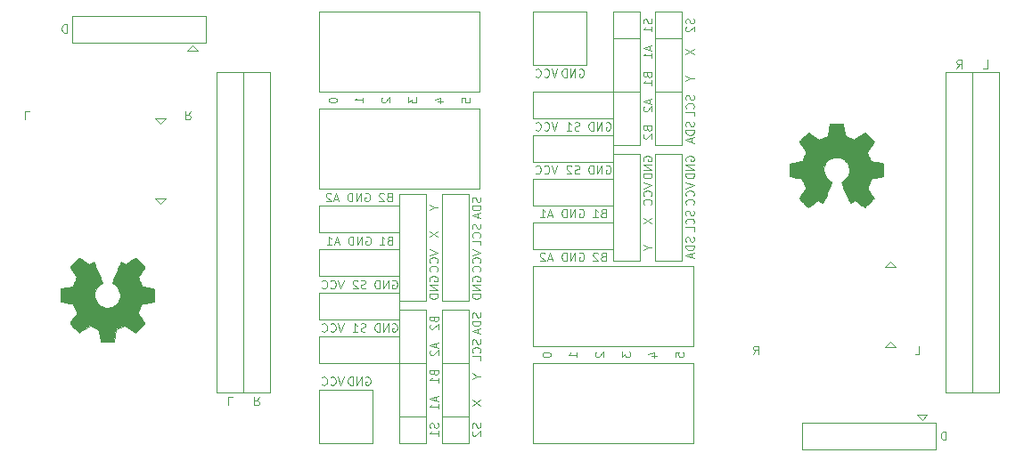
<source format=gbr>
%TF.GenerationSoftware,KiCad,Pcbnew,7.0.5*%
%TF.CreationDate,2024-01-10T23:57:27+08:00*%
%TF.ProjectId,4th,3474682e-6b69-4636-9164-5f7063625858,rev?*%
%TF.SameCoordinates,Original*%
%TF.FileFunction,Legend,Bot*%
%TF.FilePolarity,Positive*%
%FSLAX46Y46*%
G04 Gerber Fmt 4.6, Leading zero omitted, Abs format (unit mm)*
G04 Created by KiCad (PCBNEW 7.0.5) date 2024-01-10 23:57:27*
%MOMM*%
%LPD*%
G01*
G04 APERTURE LIST*
%ADD10C,0.100000*%
%ADD11C,0.120000*%
%ADD12C,0.010000*%
G04 APERTURE END LIST*
D10*
X118300000Y-67900000D02*
X118300000Y-75520000D01*
D11*
X73970299Y-39279703D02*
X79050299Y-39279703D01*
X79050299Y-44359703D01*
X73970299Y-44359703D01*
X73970299Y-39279703D01*
D10*
X46460236Y-45040000D02*
X46460236Y-52660000D01*
X49000236Y-75520000D02*
X43920236Y-75520000D01*
X113220000Y-67900000D02*
X113220000Y-75520000D01*
X113220000Y-45040000D02*
X118300000Y-45040000D01*
D11*
X73980299Y-63449703D02*
X89220299Y-63449703D01*
X89220299Y-71069703D01*
X73980299Y-71069703D01*
X73980299Y-63449703D01*
X53670000Y-75210000D02*
X58750000Y-75210000D01*
X58750000Y-80290000D01*
X53670000Y-80290000D01*
X53670000Y-75210000D01*
D10*
X115760000Y-67900000D02*
X115760000Y-75520000D01*
D11*
X53680000Y-39280000D02*
X68920000Y-39280000D01*
X68920000Y-46900000D01*
X53680000Y-46900000D01*
X53680000Y-39280000D01*
X73980299Y-72669703D02*
X89220299Y-72669703D01*
X89220299Y-80289703D01*
X73980299Y-80289703D01*
X73980299Y-72669703D01*
D10*
X49000236Y-45040000D02*
X49000236Y-52660000D01*
X113220000Y-75520000D02*
X118300000Y-75520000D01*
X43920236Y-45040000D02*
X43920236Y-52660000D01*
X49000236Y-45040000D02*
X43920236Y-45040000D01*
D11*
X53680000Y-48500000D02*
X68920000Y-48500000D01*
X68920000Y-56120000D01*
X53680000Y-56120000D01*
X53680000Y-48500000D01*
%TO.C,J13*%
X60629523Y-64831950D02*
X60705713Y-64793855D01*
X60705713Y-64793855D02*
X60819999Y-64793855D01*
X60819999Y-64793855D02*
X60934285Y-64831950D01*
X60934285Y-64831950D02*
X61010475Y-64908140D01*
X61010475Y-64908140D02*
X61048570Y-64984331D01*
X61048570Y-64984331D02*
X61086666Y-65136712D01*
X61086666Y-65136712D02*
X61086666Y-65250998D01*
X61086666Y-65250998D02*
X61048570Y-65403379D01*
X61048570Y-65403379D02*
X61010475Y-65479569D01*
X61010475Y-65479569D02*
X60934285Y-65555760D01*
X60934285Y-65555760D02*
X60819999Y-65593855D01*
X60819999Y-65593855D02*
X60743808Y-65593855D01*
X60743808Y-65593855D02*
X60629523Y-65555760D01*
X60629523Y-65555760D02*
X60591427Y-65517664D01*
X60591427Y-65517664D02*
X60591427Y-65250998D01*
X60591427Y-65250998D02*
X60743808Y-65250998D01*
X60248570Y-65593855D02*
X60248570Y-64793855D01*
X60248570Y-64793855D02*
X59791427Y-65593855D01*
X59791427Y-65593855D02*
X59791427Y-64793855D01*
X59410475Y-65593855D02*
X59410475Y-64793855D01*
X59410475Y-64793855D02*
X59219999Y-64793855D01*
X59219999Y-64793855D02*
X59105713Y-64831950D01*
X59105713Y-64831950D02*
X59029523Y-64908140D01*
X59029523Y-64908140D02*
X58991428Y-64984331D01*
X58991428Y-64984331D02*
X58953332Y-65136712D01*
X58953332Y-65136712D02*
X58953332Y-65250998D01*
X58953332Y-65250998D02*
X58991428Y-65403379D01*
X58991428Y-65403379D02*
X59029523Y-65479569D01*
X59029523Y-65479569D02*
X59105713Y-65555760D01*
X59105713Y-65555760D02*
X59219999Y-65593855D01*
X59219999Y-65593855D02*
X59410475Y-65593855D01*
X58089524Y-65555760D02*
X57975238Y-65593855D01*
X57975238Y-65593855D02*
X57784762Y-65593855D01*
X57784762Y-65593855D02*
X57708571Y-65555760D01*
X57708571Y-65555760D02*
X57670476Y-65517664D01*
X57670476Y-65517664D02*
X57632381Y-65441474D01*
X57632381Y-65441474D02*
X57632381Y-65365283D01*
X57632381Y-65365283D02*
X57670476Y-65289093D01*
X57670476Y-65289093D02*
X57708571Y-65250998D01*
X57708571Y-65250998D02*
X57784762Y-65212902D01*
X57784762Y-65212902D02*
X57937143Y-65174807D01*
X57937143Y-65174807D02*
X58013333Y-65136712D01*
X58013333Y-65136712D02*
X58051428Y-65098617D01*
X58051428Y-65098617D02*
X58089524Y-65022426D01*
X58089524Y-65022426D02*
X58089524Y-64946236D01*
X58089524Y-64946236D02*
X58051428Y-64870045D01*
X58051428Y-64870045D02*
X58013333Y-64831950D01*
X58013333Y-64831950D02*
X57937143Y-64793855D01*
X57937143Y-64793855D02*
X57746666Y-64793855D01*
X57746666Y-64793855D02*
X57632381Y-64831950D01*
X57327619Y-64870045D02*
X57289523Y-64831950D01*
X57289523Y-64831950D02*
X57213333Y-64793855D01*
X57213333Y-64793855D02*
X57022857Y-64793855D01*
X57022857Y-64793855D02*
X56946666Y-64831950D01*
X56946666Y-64831950D02*
X56908571Y-64870045D01*
X56908571Y-64870045D02*
X56870476Y-64946236D01*
X56870476Y-64946236D02*
X56870476Y-65022426D01*
X56870476Y-65022426D02*
X56908571Y-65136712D01*
X56908571Y-65136712D02*
X57365714Y-65593855D01*
X57365714Y-65593855D02*
X56870476Y-65593855D01*
X56006666Y-64793855D02*
X55739999Y-65593855D01*
X55739999Y-65593855D02*
X55473333Y-64793855D01*
X54749523Y-65517664D02*
X54787619Y-65555760D01*
X54787619Y-65555760D02*
X54901904Y-65593855D01*
X54901904Y-65593855D02*
X54978095Y-65593855D01*
X54978095Y-65593855D02*
X55092381Y-65555760D01*
X55092381Y-65555760D02*
X55168571Y-65479569D01*
X55168571Y-65479569D02*
X55206666Y-65403379D01*
X55206666Y-65403379D02*
X55244762Y-65250998D01*
X55244762Y-65250998D02*
X55244762Y-65136712D01*
X55244762Y-65136712D02*
X55206666Y-64984331D01*
X55206666Y-64984331D02*
X55168571Y-64908140D01*
X55168571Y-64908140D02*
X55092381Y-64831950D01*
X55092381Y-64831950D02*
X54978095Y-64793855D01*
X54978095Y-64793855D02*
X54901904Y-64793855D01*
X54901904Y-64793855D02*
X54787619Y-64831950D01*
X54787619Y-64831950D02*
X54749523Y-64870045D01*
X53949523Y-65517664D02*
X53987619Y-65555760D01*
X53987619Y-65555760D02*
X54101904Y-65593855D01*
X54101904Y-65593855D02*
X54178095Y-65593855D01*
X54178095Y-65593855D02*
X54292381Y-65555760D01*
X54292381Y-65555760D02*
X54368571Y-65479569D01*
X54368571Y-65479569D02*
X54406666Y-65403379D01*
X54406666Y-65403379D02*
X54444762Y-65250998D01*
X54444762Y-65250998D02*
X54444762Y-65136712D01*
X54444762Y-65136712D02*
X54406666Y-64984331D01*
X54406666Y-64984331D02*
X54368571Y-64908140D01*
X54368571Y-64908140D02*
X54292381Y-64831950D01*
X54292381Y-64831950D02*
X54178095Y-64793855D01*
X54178095Y-64793855D02*
X54101904Y-64793855D01*
X54101904Y-64793855D02*
X53987619Y-64831950D01*
X53987619Y-64831950D02*
X53949523Y-64870045D01*
%TO.C,J19*%
X68241950Y-64900476D02*
X68203855Y-64824286D01*
X68203855Y-64824286D02*
X68203855Y-64710000D01*
X68203855Y-64710000D02*
X68241950Y-64595714D01*
X68241950Y-64595714D02*
X68318140Y-64519524D01*
X68318140Y-64519524D02*
X68394331Y-64481429D01*
X68394331Y-64481429D02*
X68546712Y-64443333D01*
X68546712Y-64443333D02*
X68660998Y-64443333D01*
X68660998Y-64443333D02*
X68813379Y-64481429D01*
X68813379Y-64481429D02*
X68889569Y-64519524D01*
X68889569Y-64519524D02*
X68965760Y-64595714D01*
X68965760Y-64595714D02*
X69003855Y-64710000D01*
X69003855Y-64710000D02*
X69003855Y-64786191D01*
X69003855Y-64786191D02*
X68965760Y-64900476D01*
X68965760Y-64900476D02*
X68927664Y-64938572D01*
X68927664Y-64938572D02*
X68660998Y-64938572D01*
X68660998Y-64938572D02*
X68660998Y-64786191D01*
X69003855Y-65281429D02*
X68203855Y-65281429D01*
X68203855Y-65281429D02*
X69003855Y-65738572D01*
X69003855Y-65738572D02*
X68203855Y-65738572D01*
X69003855Y-66119524D02*
X68203855Y-66119524D01*
X68203855Y-66119524D02*
X68203855Y-66310000D01*
X68203855Y-66310000D02*
X68241950Y-66424286D01*
X68241950Y-66424286D02*
X68318140Y-66500476D01*
X68318140Y-66500476D02*
X68394331Y-66538571D01*
X68394331Y-66538571D02*
X68546712Y-66576667D01*
X68546712Y-66576667D02*
X68660998Y-66576667D01*
X68660998Y-66576667D02*
X68813379Y-66538571D01*
X68813379Y-66538571D02*
X68889569Y-66500476D01*
X68889569Y-66500476D02*
X68965760Y-66424286D01*
X68965760Y-66424286D02*
X69003855Y-66310000D01*
X69003855Y-66310000D02*
X69003855Y-66119524D01*
X68965760Y-56918571D02*
X69003855Y-57032857D01*
X69003855Y-57032857D02*
X69003855Y-57223333D01*
X69003855Y-57223333D02*
X68965760Y-57299524D01*
X68965760Y-57299524D02*
X68927664Y-57337619D01*
X68927664Y-57337619D02*
X68851474Y-57375714D01*
X68851474Y-57375714D02*
X68775283Y-57375714D01*
X68775283Y-57375714D02*
X68699093Y-57337619D01*
X68699093Y-57337619D02*
X68660998Y-57299524D01*
X68660998Y-57299524D02*
X68622902Y-57223333D01*
X68622902Y-57223333D02*
X68584807Y-57070952D01*
X68584807Y-57070952D02*
X68546712Y-56994762D01*
X68546712Y-56994762D02*
X68508617Y-56956667D01*
X68508617Y-56956667D02*
X68432426Y-56918571D01*
X68432426Y-56918571D02*
X68356236Y-56918571D01*
X68356236Y-56918571D02*
X68280045Y-56956667D01*
X68280045Y-56956667D02*
X68241950Y-56994762D01*
X68241950Y-56994762D02*
X68203855Y-57070952D01*
X68203855Y-57070952D02*
X68203855Y-57261429D01*
X68203855Y-57261429D02*
X68241950Y-57375714D01*
X69003855Y-57718572D02*
X68203855Y-57718572D01*
X68203855Y-57718572D02*
X68203855Y-57909048D01*
X68203855Y-57909048D02*
X68241950Y-58023334D01*
X68241950Y-58023334D02*
X68318140Y-58099524D01*
X68318140Y-58099524D02*
X68394331Y-58137619D01*
X68394331Y-58137619D02*
X68546712Y-58175715D01*
X68546712Y-58175715D02*
X68660998Y-58175715D01*
X68660998Y-58175715D02*
X68813379Y-58137619D01*
X68813379Y-58137619D02*
X68889569Y-58099524D01*
X68889569Y-58099524D02*
X68965760Y-58023334D01*
X68965760Y-58023334D02*
X69003855Y-57909048D01*
X69003855Y-57909048D02*
X69003855Y-57718572D01*
X68775283Y-58480476D02*
X68775283Y-58861429D01*
X69003855Y-58404286D02*
X68203855Y-58670953D01*
X68203855Y-58670953D02*
X69003855Y-58937619D01*
X68965760Y-59477618D02*
X69003855Y-59591904D01*
X69003855Y-59591904D02*
X69003855Y-59782380D01*
X69003855Y-59782380D02*
X68965760Y-59858571D01*
X68965760Y-59858571D02*
X68927664Y-59896666D01*
X68927664Y-59896666D02*
X68851474Y-59934761D01*
X68851474Y-59934761D02*
X68775283Y-59934761D01*
X68775283Y-59934761D02*
X68699093Y-59896666D01*
X68699093Y-59896666D02*
X68660998Y-59858571D01*
X68660998Y-59858571D02*
X68622902Y-59782380D01*
X68622902Y-59782380D02*
X68584807Y-59629999D01*
X68584807Y-59629999D02*
X68546712Y-59553809D01*
X68546712Y-59553809D02*
X68508617Y-59515714D01*
X68508617Y-59515714D02*
X68432426Y-59477618D01*
X68432426Y-59477618D02*
X68356236Y-59477618D01*
X68356236Y-59477618D02*
X68280045Y-59515714D01*
X68280045Y-59515714D02*
X68241950Y-59553809D01*
X68241950Y-59553809D02*
X68203855Y-59629999D01*
X68203855Y-59629999D02*
X68203855Y-59820476D01*
X68203855Y-59820476D02*
X68241950Y-59934761D01*
X68927664Y-60734762D02*
X68965760Y-60696666D01*
X68965760Y-60696666D02*
X69003855Y-60582381D01*
X69003855Y-60582381D02*
X69003855Y-60506190D01*
X69003855Y-60506190D02*
X68965760Y-60391904D01*
X68965760Y-60391904D02*
X68889569Y-60315714D01*
X68889569Y-60315714D02*
X68813379Y-60277619D01*
X68813379Y-60277619D02*
X68660998Y-60239523D01*
X68660998Y-60239523D02*
X68546712Y-60239523D01*
X68546712Y-60239523D02*
X68394331Y-60277619D01*
X68394331Y-60277619D02*
X68318140Y-60315714D01*
X68318140Y-60315714D02*
X68241950Y-60391904D01*
X68241950Y-60391904D02*
X68203855Y-60506190D01*
X68203855Y-60506190D02*
X68203855Y-60582381D01*
X68203855Y-60582381D02*
X68241950Y-60696666D01*
X68241950Y-60696666D02*
X68280045Y-60734762D01*
X69003855Y-61458571D02*
X69003855Y-61077619D01*
X69003855Y-61077619D02*
X68203855Y-61077619D01*
X68203855Y-61903333D02*
X69003855Y-62170000D01*
X69003855Y-62170000D02*
X68203855Y-62436666D01*
X68927664Y-63160476D02*
X68965760Y-63122380D01*
X68965760Y-63122380D02*
X69003855Y-63008095D01*
X69003855Y-63008095D02*
X69003855Y-62931904D01*
X69003855Y-62931904D02*
X68965760Y-62817618D01*
X68965760Y-62817618D02*
X68889569Y-62741428D01*
X68889569Y-62741428D02*
X68813379Y-62703333D01*
X68813379Y-62703333D02*
X68660998Y-62665237D01*
X68660998Y-62665237D02*
X68546712Y-62665237D01*
X68546712Y-62665237D02*
X68394331Y-62703333D01*
X68394331Y-62703333D02*
X68318140Y-62741428D01*
X68318140Y-62741428D02*
X68241950Y-62817618D01*
X68241950Y-62817618D02*
X68203855Y-62931904D01*
X68203855Y-62931904D02*
X68203855Y-63008095D01*
X68203855Y-63008095D02*
X68241950Y-63122380D01*
X68241950Y-63122380D02*
X68280045Y-63160476D01*
X68927664Y-63960476D02*
X68965760Y-63922380D01*
X68965760Y-63922380D02*
X69003855Y-63808095D01*
X69003855Y-63808095D02*
X69003855Y-63731904D01*
X69003855Y-63731904D02*
X68965760Y-63617618D01*
X68965760Y-63617618D02*
X68889569Y-63541428D01*
X68889569Y-63541428D02*
X68813379Y-63503333D01*
X68813379Y-63503333D02*
X68660998Y-63465237D01*
X68660998Y-63465237D02*
X68546712Y-63465237D01*
X68546712Y-63465237D02*
X68394331Y-63503333D01*
X68394331Y-63503333D02*
X68318140Y-63541428D01*
X68318140Y-63541428D02*
X68241950Y-63617618D01*
X68241950Y-63617618D02*
X68203855Y-63731904D01*
X68203855Y-63731904D02*
X68203855Y-63808095D01*
X68203855Y-63808095D02*
X68241950Y-63922380D01*
X68241950Y-63922380D02*
X68280045Y-63960476D01*
%TO.C,J21*%
X64582902Y-57890000D02*
X64963855Y-57890000D01*
X64163855Y-57623333D02*
X64582902Y-57890000D01*
X64582902Y-57890000D02*
X64163855Y-58156666D01*
X64163855Y-60163333D02*
X64963855Y-60696667D01*
X64163855Y-60696667D02*
X64963855Y-60163333D01*
X64163855Y-61903333D02*
X64963855Y-62170000D01*
X64963855Y-62170000D02*
X64163855Y-62436666D01*
X64887664Y-63160476D02*
X64925760Y-63122380D01*
X64925760Y-63122380D02*
X64963855Y-63008095D01*
X64963855Y-63008095D02*
X64963855Y-62931904D01*
X64963855Y-62931904D02*
X64925760Y-62817618D01*
X64925760Y-62817618D02*
X64849569Y-62741428D01*
X64849569Y-62741428D02*
X64773379Y-62703333D01*
X64773379Y-62703333D02*
X64620998Y-62665237D01*
X64620998Y-62665237D02*
X64506712Y-62665237D01*
X64506712Y-62665237D02*
X64354331Y-62703333D01*
X64354331Y-62703333D02*
X64278140Y-62741428D01*
X64278140Y-62741428D02*
X64201950Y-62817618D01*
X64201950Y-62817618D02*
X64163855Y-62931904D01*
X64163855Y-62931904D02*
X64163855Y-63008095D01*
X64163855Y-63008095D02*
X64201950Y-63122380D01*
X64201950Y-63122380D02*
X64240045Y-63160476D01*
X64887664Y-63960476D02*
X64925760Y-63922380D01*
X64925760Y-63922380D02*
X64963855Y-63808095D01*
X64963855Y-63808095D02*
X64963855Y-63731904D01*
X64963855Y-63731904D02*
X64925760Y-63617618D01*
X64925760Y-63617618D02*
X64849569Y-63541428D01*
X64849569Y-63541428D02*
X64773379Y-63503333D01*
X64773379Y-63503333D02*
X64620998Y-63465237D01*
X64620998Y-63465237D02*
X64506712Y-63465237D01*
X64506712Y-63465237D02*
X64354331Y-63503333D01*
X64354331Y-63503333D02*
X64278140Y-63541428D01*
X64278140Y-63541428D02*
X64201950Y-63617618D01*
X64201950Y-63617618D02*
X64163855Y-63731904D01*
X64163855Y-63731904D02*
X64163855Y-63808095D01*
X64163855Y-63808095D02*
X64201950Y-63922380D01*
X64201950Y-63922380D02*
X64240045Y-63960476D01*
X64201950Y-64900476D02*
X64163855Y-64824286D01*
X64163855Y-64824286D02*
X64163855Y-64710000D01*
X64163855Y-64710000D02*
X64201950Y-64595714D01*
X64201950Y-64595714D02*
X64278140Y-64519524D01*
X64278140Y-64519524D02*
X64354331Y-64481429D01*
X64354331Y-64481429D02*
X64506712Y-64443333D01*
X64506712Y-64443333D02*
X64620998Y-64443333D01*
X64620998Y-64443333D02*
X64773379Y-64481429D01*
X64773379Y-64481429D02*
X64849569Y-64519524D01*
X64849569Y-64519524D02*
X64925760Y-64595714D01*
X64925760Y-64595714D02*
X64963855Y-64710000D01*
X64963855Y-64710000D02*
X64963855Y-64786191D01*
X64963855Y-64786191D02*
X64925760Y-64900476D01*
X64925760Y-64900476D02*
X64887664Y-64938572D01*
X64887664Y-64938572D02*
X64620998Y-64938572D01*
X64620998Y-64938572D02*
X64620998Y-64786191D01*
X64963855Y-65281429D02*
X64163855Y-65281429D01*
X64163855Y-65281429D02*
X64963855Y-65738572D01*
X64963855Y-65738572D02*
X64163855Y-65738572D01*
X64963855Y-66119524D02*
X64163855Y-66119524D01*
X64163855Y-66119524D02*
X64163855Y-66310000D01*
X64163855Y-66310000D02*
X64201950Y-66424286D01*
X64201950Y-66424286D02*
X64278140Y-66500476D01*
X64278140Y-66500476D02*
X64354331Y-66538571D01*
X64354331Y-66538571D02*
X64506712Y-66576667D01*
X64506712Y-66576667D02*
X64620998Y-66576667D01*
X64620998Y-66576667D02*
X64773379Y-66538571D01*
X64773379Y-66538571D02*
X64849569Y-66500476D01*
X64849569Y-66500476D02*
X64925760Y-66424286D01*
X64925760Y-66424286D02*
X64963855Y-66310000D01*
X64963855Y-66310000D02*
X64963855Y-66119524D01*
%TO.C,J9*%
X62133855Y-47403333D02*
X62133855Y-47898571D01*
X62133855Y-47898571D02*
X62438617Y-47631905D01*
X62438617Y-47631905D02*
X62438617Y-47746190D01*
X62438617Y-47746190D02*
X62476712Y-47822381D01*
X62476712Y-47822381D02*
X62514807Y-47860476D01*
X62514807Y-47860476D02*
X62590998Y-47898571D01*
X62590998Y-47898571D02*
X62781474Y-47898571D01*
X62781474Y-47898571D02*
X62857664Y-47860476D01*
X62857664Y-47860476D02*
X62895760Y-47822381D01*
X62895760Y-47822381D02*
X62933855Y-47746190D01*
X62933855Y-47746190D02*
X62933855Y-47517619D01*
X62933855Y-47517619D02*
X62895760Y-47441428D01*
X62895760Y-47441428D02*
X62857664Y-47403333D01*
X64940521Y-47822381D02*
X65473855Y-47822381D01*
X64635760Y-47631905D02*
X65207188Y-47441428D01*
X65207188Y-47441428D02*
X65207188Y-47936667D01*
X55386144Y-47708094D02*
X55386144Y-47631904D01*
X55386144Y-47631904D02*
X55348049Y-47555713D01*
X55348049Y-47555713D02*
X55309954Y-47517618D01*
X55309954Y-47517618D02*
X55233763Y-47479523D01*
X55233763Y-47479523D02*
X55081382Y-47441428D01*
X55081382Y-47441428D02*
X54890906Y-47441428D01*
X54890906Y-47441428D02*
X54738525Y-47479523D01*
X54738525Y-47479523D02*
X54662335Y-47517618D01*
X54662335Y-47517618D02*
X54624240Y-47555713D01*
X54624240Y-47555713D02*
X54586144Y-47631904D01*
X54586144Y-47631904D02*
X54586144Y-47708094D01*
X54586144Y-47708094D02*
X54624240Y-47784285D01*
X54624240Y-47784285D02*
X54662335Y-47822380D01*
X54662335Y-47822380D02*
X54738525Y-47860475D01*
X54738525Y-47860475D02*
X54890906Y-47898571D01*
X54890906Y-47898571D02*
X55081382Y-47898571D01*
X55081382Y-47898571D02*
X55233763Y-47860475D01*
X55233763Y-47860475D02*
X55309954Y-47822380D01*
X55309954Y-47822380D02*
X55348049Y-47784285D01*
X55348049Y-47784285D02*
X55386144Y-47708094D01*
X57853855Y-47898571D02*
X57853855Y-47441428D01*
X57853855Y-47670000D02*
X57053855Y-47670000D01*
X57053855Y-47670000D02*
X57168140Y-47593809D01*
X57168140Y-47593809D02*
X57244331Y-47517619D01*
X57244331Y-47517619D02*
X57282426Y-47441428D01*
X59670045Y-47441428D02*
X59631950Y-47479524D01*
X59631950Y-47479524D02*
X59593855Y-47555714D01*
X59593855Y-47555714D02*
X59593855Y-47746190D01*
X59593855Y-47746190D02*
X59631950Y-47822381D01*
X59631950Y-47822381D02*
X59670045Y-47860476D01*
X59670045Y-47860476D02*
X59746236Y-47898571D01*
X59746236Y-47898571D02*
X59822426Y-47898571D01*
X59822426Y-47898571D02*
X59936712Y-47860476D01*
X59936712Y-47860476D02*
X60393855Y-47403333D01*
X60393855Y-47403333D02*
X60393855Y-47898571D01*
X67213855Y-47860476D02*
X67213855Y-47479524D01*
X67213855Y-47479524D02*
X67594807Y-47441428D01*
X67594807Y-47441428D02*
X67556712Y-47479524D01*
X67556712Y-47479524D02*
X67518617Y-47555714D01*
X67518617Y-47555714D02*
X67518617Y-47746190D01*
X67518617Y-47746190D02*
X67556712Y-47822381D01*
X67556712Y-47822381D02*
X67594807Y-47860476D01*
X67594807Y-47860476D02*
X67670998Y-47898571D01*
X67670998Y-47898571D02*
X67861474Y-47898571D01*
X67861474Y-47898571D02*
X67937664Y-47860476D01*
X67937664Y-47860476D02*
X67975760Y-47822381D01*
X67975760Y-47822381D02*
X68013855Y-47746190D01*
X68013855Y-47746190D02*
X68013855Y-47555714D01*
X68013855Y-47555714D02*
X67975760Y-47479524D01*
X67975760Y-47479524D02*
X67937664Y-47441428D01*
%TO.C,J4*%
X116782380Y-44643855D02*
X117163332Y-44643855D01*
X117163332Y-44643855D02*
X117163332Y-43843855D01*
%TO.C,J6*%
X113199523Y-80013855D02*
X113199523Y-79213855D01*
X113199523Y-79213855D02*
X113009047Y-79213855D01*
X113009047Y-79213855D02*
X112894761Y-79251950D01*
X112894761Y-79251950D02*
X112818571Y-79328140D01*
X112818571Y-79328140D02*
X112780476Y-79404331D01*
X112780476Y-79404331D02*
X112742380Y-79556712D01*
X112742380Y-79556712D02*
X112742380Y-79670998D01*
X112742380Y-79670998D02*
X112780476Y-79823379D01*
X112780476Y-79823379D02*
X112818571Y-79899569D01*
X112818571Y-79899569D02*
X112894761Y-79975760D01*
X112894761Y-79975760D02*
X113009047Y-80013855D01*
X113009047Y-80013855D02*
X113199523Y-80013855D01*
%TO.C,U1*%
X94922380Y-71853855D02*
X95189047Y-71472902D01*
X95379523Y-71853855D02*
X95379523Y-71053855D01*
X95379523Y-71053855D02*
X95074761Y-71053855D01*
X95074761Y-71053855D02*
X94998571Y-71091950D01*
X94998571Y-71091950D02*
X94960476Y-71130045D01*
X94960476Y-71130045D02*
X94922380Y-71206236D01*
X94922380Y-71206236D02*
X94922380Y-71320521D01*
X94922380Y-71320521D02*
X94960476Y-71396712D01*
X94960476Y-71396712D02*
X94998571Y-71434807D01*
X94998571Y-71434807D02*
X95074761Y-71472902D01*
X95074761Y-71472902D02*
X95379523Y-71472902D01*
X110272380Y-71853855D02*
X110653332Y-71853855D01*
X110653332Y-71853855D02*
X110653332Y-71053855D01*
%TO.C,J14*%
X68203855Y-76213333D02*
X69003855Y-76746667D01*
X68203855Y-76746667D02*
X69003855Y-76213333D01*
X68622902Y-73940000D02*
X69003855Y-73940000D01*
X68203855Y-73673333D02*
X68622902Y-73940000D01*
X68622902Y-73940000D02*
X68203855Y-74206666D01*
X68965760Y-78410475D02*
X69003855Y-78524761D01*
X69003855Y-78524761D02*
X69003855Y-78715237D01*
X69003855Y-78715237D02*
X68965760Y-78791428D01*
X68965760Y-78791428D02*
X68927664Y-78829523D01*
X68927664Y-78829523D02*
X68851474Y-78867618D01*
X68851474Y-78867618D02*
X68775283Y-78867618D01*
X68775283Y-78867618D02*
X68699093Y-78829523D01*
X68699093Y-78829523D02*
X68660998Y-78791428D01*
X68660998Y-78791428D02*
X68622902Y-78715237D01*
X68622902Y-78715237D02*
X68584807Y-78562856D01*
X68584807Y-78562856D02*
X68546712Y-78486666D01*
X68546712Y-78486666D02*
X68508617Y-78448571D01*
X68508617Y-78448571D02*
X68432426Y-78410475D01*
X68432426Y-78410475D02*
X68356236Y-78410475D01*
X68356236Y-78410475D02*
X68280045Y-78448571D01*
X68280045Y-78448571D02*
X68241950Y-78486666D01*
X68241950Y-78486666D02*
X68203855Y-78562856D01*
X68203855Y-78562856D02*
X68203855Y-78753333D01*
X68203855Y-78753333D02*
X68241950Y-78867618D01*
X68280045Y-79172380D02*
X68241950Y-79210476D01*
X68241950Y-79210476D02*
X68203855Y-79286666D01*
X68203855Y-79286666D02*
X68203855Y-79477142D01*
X68203855Y-79477142D02*
X68241950Y-79553333D01*
X68241950Y-79553333D02*
X68280045Y-79591428D01*
X68280045Y-79591428D02*
X68356236Y-79629523D01*
X68356236Y-79629523D02*
X68432426Y-79629523D01*
X68432426Y-79629523D02*
X68546712Y-79591428D01*
X68546712Y-79591428D02*
X69003855Y-79134285D01*
X69003855Y-79134285D02*
X69003855Y-79629523D01*
X68965760Y-67888571D02*
X69003855Y-68002857D01*
X69003855Y-68002857D02*
X69003855Y-68193333D01*
X69003855Y-68193333D02*
X68965760Y-68269524D01*
X68965760Y-68269524D02*
X68927664Y-68307619D01*
X68927664Y-68307619D02*
X68851474Y-68345714D01*
X68851474Y-68345714D02*
X68775283Y-68345714D01*
X68775283Y-68345714D02*
X68699093Y-68307619D01*
X68699093Y-68307619D02*
X68660998Y-68269524D01*
X68660998Y-68269524D02*
X68622902Y-68193333D01*
X68622902Y-68193333D02*
X68584807Y-68040952D01*
X68584807Y-68040952D02*
X68546712Y-67964762D01*
X68546712Y-67964762D02*
X68508617Y-67926667D01*
X68508617Y-67926667D02*
X68432426Y-67888571D01*
X68432426Y-67888571D02*
X68356236Y-67888571D01*
X68356236Y-67888571D02*
X68280045Y-67926667D01*
X68280045Y-67926667D02*
X68241950Y-67964762D01*
X68241950Y-67964762D02*
X68203855Y-68040952D01*
X68203855Y-68040952D02*
X68203855Y-68231429D01*
X68203855Y-68231429D02*
X68241950Y-68345714D01*
X69003855Y-68688572D02*
X68203855Y-68688572D01*
X68203855Y-68688572D02*
X68203855Y-68879048D01*
X68203855Y-68879048D02*
X68241950Y-68993334D01*
X68241950Y-68993334D02*
X68318140Y-69069524D01*
X68318140Y-69069524D02*
X68394331Y-69107619D01*
X68394331Y-69107619D02*
X68546712Y-69145715D01*
X68546712Y-69145715D02*
X68660998Y-69145715D01*
X68660998Y-69145715D02*
X68813379Y-69107619D01*
X68813379Y-69107619D02*
X68889569Y-69069524D01*
X68889569Y-69069524D02*
X68965760Y-68993334D01*
X68965760Y-68993334D02*
X69003855Y-68879048D01*
X69003855Y-68879048D02*
X69003855Y-68688572D01*
X68775283Y-69450476D02*
X68775283Y-69831429D01*
X69003855Y-69374286D02*
X68203855Y-69640953D01*
X68203855Y-69640953D02*
X69003855Y-69907619D01*
X68965760Y-70447618D02*
X69003855Y-70561904D01*
X69003855Y-70561904D02*
X69003855Y-70752380D01*
X69003855Y-70752380D02*
X68965760Y-70828571D01*
X68965760Y-70828571D02*
X68927664Y-70866666D01*
X68927664Y-70866666D02*
X68851474Y-70904761D01*
X68851474Y-70904761D02*
X68775283Y-70904761D01*
X68775283Y-70904761D02*
X68699093Y-70866666D01*
X68699093Y-70866666D02*
X68660998Y-70828571D01*
X68660998Y-70828571D02*
X68622902Y-70752380D01*
X68622902Y-70752380D02*
X68584807Y-70599999D01*
X68584807Y-70599999D02*
X68546712Y-70523809D01*
X68546712Y-70523809D02*
X68508617Y-70485714D01*
X68508617Y-70485714D02*
X68432426Y-70447618D01*
X68432426Y-70447618D02*
X68356236Y-70447618D01*
X68356236Y-70447618D02*
X68280045Y-70485714D01*
X68280045Y-70485714D02*
X68241950Y-70523809D01*
X68241950Y-70523809D02*
X68203855Y-70599999D01*
X68203855Y-70599999D02*
X68203855Y-70790476D01*
X68203855Y-70790476D02*
X68241950Y-70904761D01*
X68927664Y-71704762D02*
X68965760Y-71666666D01*
X68965760Y-71666666D02*
X69003855Y-71552381D01*
X69003855Y-71552381D02*
X69003855Y-71476190D01*
X69003855Y-71476190D02*
X68965760Y-71361904D01*
X68965760Y-71361904D02*
X68889569Y-71285714D01*
X68889569Y-71285714D02*
X68813379Y-71247619D01*
X68813379Y-71247619D02*
X68660998Y-71209523D01*
X68660998Y-71209523D02*
X68546712Y-71209523D01*
X68546712Y-71209523D02*
X68394331Y-71247619D01*
X68394331Y-71247619D02*
X68318140Y-71285714D01*
X68318140Y-71285714D02*
X68241950Y-71361904D01*
X68241950Y-71361904D02*
X68203855Y-71476190D01*
X68203855Y-71476190D02*
X68203855Y-71552381D01*
X68203855Y-71552381D02*
X68241950Y-71666666D01*
X68241950Y-71666666D02*
X68280045Y-71704762D01*
X69003855Y-72428571D02*
X69003855Y-72047619D01*
X69003855Y-72047619D02*
X68203855Y-72047619D01*
%TO.C,J8*%
X64554807Y-73606190D02*
X64592902Y-73720476D01*
X64592902Y-73720476D02*
X64630998Y-73758571D01*
X64630998Y-73758571D02*
X64707188Y-73796667D01*
X64707188Y-73796667D02*
X64821474Y-73796667D01*
X64821474Y-73796667D02*
X64897664Y-73758571D01*
X64897664Y-73758571D02*
X64935760Y-73720476D01*
X64935760Y-73720476D02*
X64973855Y-73644286D01*
X64973855Y-73644286D02*
X64973855Y-73339524D01*
X64973855Y-73339524D02*
X64173855Y-73339524D01*
X64173855Y-73339524D02*
X64173855Y-73606190D01*
X64173855Y-73606190D02*
X64211950Y-73682381D01*
X64211950Y-73682381D02*
X64250045Y-73720476D01*
X64250045Y-73720476D02*
X64326236Y-73758571D01*
X64326236Y-73758571D02*
X64402426Y-73758571D01*
X64402426Y-73758571D02*
X64478617Y-73720476D01*
X64478617Y-73720476D02*
X64516712Y-73682381D01*
X64516712Y-73682381D02*
X64554807Y-73606190D01*
X64554807Y-73606190D02*
X64554807Y-73339524D01*
X64973855Y-74558571D02*
X64973855Y-74101428D01*
X64973855Y-74330000D02*
X64173855Y-74330000D01*
X64173855Y-74330000D02*
X64288140Y-74253809D01*
X64288140Y-74253809D02*
X64364331Y-74177619D01*
X64364331Y-74177619D02*
X64402426Y-74101428D01*
X64554807Y-68526190D02*
X64592902Y-68640476D01*
X64592902Y-68640476D02*
X64630998Y-68678571D01*
X64630998Y-68678571D02*
X64707188Y-68716667D01*
X64707188Y-68716667D02*
X64821474Y-68716667D01*
X64821474Y-68716667D02*
X64897664Y-68678571D01*
X64897664Y-68678571D02*
X64935760Y-68640476D01*
X64935760Y-68640476D02*
X64973855Y-68564286D01*
X64973855Y-68564286D02*
X64973855Y-68259524D01*
X64973855Y-68259524D02*
X64173855Y-68259524D01*
X64173855Y-68259524D02*
X64173855Y-68526190D01*
X64173855Y-68526190D02*
X64211950Y-68602381D01*
X64211950Y-68602381D02*
X64250045Y-68640476D01*
X64250045Y-68640476D02*
X64326236Y-68678571D01*
X64326236Y-68678571D02*
X64402426Y-68678571D01*
X64402426Y-68678571D02*
X64478617Y-68640476D01*
X64478617Y-68640476D02*
X64516712Y-68602381D01*
X64516712Y-68602381D02*
X64554807Y-68526190D01*
X64554807Y-68526190D02*
X64554807Y-68259524D01*
X64250045Y-69021428D02*
X64211950Y-69059524D01*
X64211950Y-69059524D02*
X64173855Y-69135714D01*
X64173855Y-69135714D02*
X64173855Y-69326190D01*
X64173855Y-69326190D02*
X64211950Y-69402381D01*
X64211950Y-69402381D02*
X64250045Y-69440476D01*
X64250045Y-69440476D02*
X64326236Y-69478571D01*
X64326236Y-69478571D02*
X64402426Y-69478571D01*
X64402426Y-69478571D02*
X64516712Y-69440476D01*
X64516712Y-69440476D02*
X64973855Y-68983333D01*
X64973855Y-68983333D02*
X64973855Y-69478571D01*
X64745283Y-75898571D02*
X64745283Y-76279524D01*
X64973855Y-75822381D02*
X64173855Y-76089048D01*
X64173855Y-76089048D02*
X64973855Y-76355714D01*
X64973855Y-77041428D02*
X64973855Y-76584285D01*
X64973855Y-76812857D02*
X64173855Y-76812857D01*
X64173855Y-76812857D02*
X64288140Y-76736666D01*
X64288140Y-76736666D02*
X64364331Y-76660476D01*
X64364331Y-76660476D02*
X64402426Y-76584285D01*
X64935760Y-78400475D02*
X64973855Y-78514761D01*
X64973855Y-78514761D02*
X64973855Y-78705237D01*
X64973855Y-78705237D02*
X64935760Y-78781428D01*
X64935760Y-78781428D02*
X64897664Y-78819523D01*
X64897664Y-78819523D02*
X64821474Y-78857618D01*
X64821474Y-78857618D02*
X64745283Y-78857618D01*
X64745283Y-78857618D02*
X64669093Y-78819523D01*
X64669093Y-78819523D02*
X64630998Y-78781428D01*
X64630998Y-78781428D02*
X64592902Y-78705237D01*
X64592902Y-78705237D02*
X64554807Y-78552856D01*
X64554807Y-78552856D02*
X64516712Y-78476666D01*
X64516712Y-78476666D02*
X64478617Y-78438571D01*
X64478617Y-78438571D02*
X64402426Y-78400475D01*
X64402426Y-78400475D02*
X64326236Y-78400475D01*
X64326236Y-78400475D02*
X64250045Y-78438571D01*
X64250045Y-78438571D02*
X64211950Y-78476666D01*
X64211950Y-78476666D02*
X64173855Y-78552856D01*
X64173855Y-78552856D02*
X64173855Y-78743333D01*
X64173855Y-78743333D02*
X64211950Y-78857618D01*
X64973855Y-79619523D02*
X64973855Y-79162380D01*
X64973855Y-79390952D02*
X64173855Y-79390952D01*
X64173855Y-79390952D02*
X64288140Y-79314761D01*
X64288140Y-79314761D02*
X64364331Y-79238571D01*
X64364331Y-79238571D02*
X64402426Y-79162380D01*
X64745283Y-70818571D02*
X64745283Y-71199524D01*
X64973855Y-70742381D02*
X64173855Y-71009048D01*
X64173855Y-71009048D02*
X64973855Y-71275714D01*
X64250045Y-71504285D02*
X64211950Y-71542381D01*
X64211950Y-71542381D02*
X64173855Y-71618571D01*
X64173855Y-71618571D02*
X64173855Y-71809047D01*
X64173855Y-71809047D02*
X64211950Y-71885238D01*
X64211950Y-71885238D02*
X64250045Y-71923333D01*
X64250045Y-71923333D02*
X64326236Y-71961428D01*
X64326236Y-71961428D02*
X64402426Y-71961428D01*
X64402426Y-71961428D02*
X64516712Y-71923333D01*
X64516712Y-71923333D02*
X64973855Y-71466190D01*
X64973855Y-71466190D02*
X64973855Y-71961428D01*
%TO.C,J2*%
X58089523Y-74041950D02*
X58165713Y-74003855D01*
X58165713Y-74003855D02*
X58279999Y-74003855D01*
X58279999Y-74003855D02*
X58394285Y-74041950D01*
X58394285Y-74041950D02*
X58470475Y-74118140D01*
X58470475Y-74118140D02*
X58508570Y-74194331D01*
X58508570Y-74194331D02*
X58546666Y-74346712D01*
X58546666Y-74346712D02*
X58546666Y-74460998D01*
X58546666Y-74460998D02*
X58508570Y-74613379D01*
X58508570Y-74613379D02*
X58470475Y-74689569D01*
X58470475Y-74689569D02*
X58394285Y-74765760D01*
X58394285Y-74765760D02*
X58279999Y-74803855D01*
X58279999Y-74803855D02*
X58203808Y-74803855D01*
X58203808Y-74803855D02*
X58089523Y-74765760D01*
X58089523Y-74765760D02*
X58051427Y-74727664D01*
X58051427Y-74727664D02*
X58051427Y-74460998D01*
X58051427Y-74460998D02*
X58203808Y-74460998D01*
X57708570Y-74803855D02*
X57708570Y-74003855D01*
X57708570Y-74003855D02*
X57251427Y-74803855D01*
X57251427Y-74803855D02*
X57251427Y-74003855D01*
X56870475Y-74803855D02*
X56870475Y-74003855D01*
X56870475Y-74003855D02*
X56679999Y-74003855D01*
X56679999Y-74003855D02*
X56565713Y-74041950D01*
X56565713Y-74041950D02*
X56489523Y-74118140D01*
X56489523Y-74118140D02*
X56451428Y-74194331D01*
X56451428Y-74194331D02*
X56413332Y-74346712D01*
X56413332Y-74346712D02*
X56413332Y-74460998D01*
X56413332Y-74460998D02*
X56451428Y-74613379D01*
X56451428Y-74613379D02*
X56489523Y-74689569D01*
X56489523Y-74689569D02*
X56565713Y-74765760D01*
X56565713Y-74765760D02*
X56679999Y-74803855D01*
X56679999Y-74803855D02*
X56870475Y-74803855D01*
X56006666Y-74003855D02*
X55739999Y-74803855D01*
X55739999Y-74803855D02*
X55473333Y-74003855D01*
X54749523Y-74727664D02*
X54787619Y-74765760D01*
X54787619Y-74765760D02*
X54901904Y-74803855D01*
X54901904Y-74803855D02*
X54978095Y-74803855D01*
X54978095Y-74803855D02*
X55092381Y-74765760D01*
X55092381Y-74765760D02*
X55168571Y-74689569D01*
X55168571Y-74689569D02*
X55206666Y-74613379D01*
X55206666Y-74613379D02*
X55244762Y-74460998D01*
X55244762Y-74460998D02*
X55244762Y-74346712D01*
X55244762Y-74346712D02*
X55206666Y-74194331D01*
X55206666Y-74194331D02*
X55168571Y-74118140D01*
X55168571Y-74118140D02*
X55092381Y-74041950D01*
X55092381Y-74041950D02*
X54978095Y-74003855D01*
X54978095Y-74003855D02*
X54901904Y-74003855D01*
X54901904Y-74003855D02*
X54787619Y-74041950D01*
X54787619Y-74041950D02*
X54749523Y-74080045D01*
X53949523Y-74727664D02*
X53987619Y-74765760D01*
X53987619Y-74765760D02*
X54101904Y-74803855D01*
X54101904Y-74803855D02*
X54178095Y-74803855D01*
X54178095Y-74803855D02*
X54292381Y-74765760D01*
X54292381Y-74765760D02*
X54368571Y-74689569D01*
X54368571Y-74689569D02*
X54406666Y-74613379D01*
X54406666Y-74613379D02*
X54444762Y-74460998D01*
X54444762Y-74460998D02*
X54444762Y-74346712D01*
X54444762Y-74346712D02*
X54406666Y-74194331D01*
X54406666Y-74194331D02*
X54368571Y-74118140D01*
X54368571Y-74118140D02*
X54292381Y-74041950D01*
X54292381Y-74041950D02*
X54178095Y-74003855D01*
X54178095Y-74003855D02*
X54101904Y-74003855D01*
X54101904Y-74003855D02*
X53987619Y-74041950D01*
X53987619Y-74041950D02*
X53949523Y-74080045D01*
%TO.C,J3*%
X55471428Y-57085283D02*
X55090475Y-57085283D01*
X55547618Y-57313855D02*
X55280951Y-56513855D01*
X55280951Y-56513855D02*
X55014285Y-57313855D01*
X54785714Y-56590045D02*
X54747618Y-56551950D01*
X54747618Y-56551950D02*
X54671428Y-56513855D01*
X54671428Y-56513855D02*
X54480952Y-56513855D01*
X54480952Y-56513855D02*
X54404761Y-56551950D01*
X54404761Y-56551950D02*
X54366666Y-56590045D01*
X54366666Y-56590045D02*
X54328571Y-56666236D01*
X54328571Y-56666236D02*
X54328571Y-56742426D01*
X54328571Y-56742426D02*
X54366666Y-56856712D01*
X54366666Y-56856712D02*
X54823809Y-57313855D01*
X54823809Y-57313855D02*
X54328571Y-57313855D01*
X58049523Y-56551950D02*
X58125713Y-56513855D01*
X58125713Y-56513855D02*
X58239999Y-56513855D01*
X58239999Y-56513855D02*
X58354285Y-56551950D01*
X58354285Y-56551950D02*
X58430475Y-56628140D01*
X58430475Y-56628140D02*
X58468570Y-56704331D01*
X58468570Y-56704331D02*
X58506666Y-56856712D01*
X58506666Y-56856712D02*
X58506666Y-56970998D01*
X58506666Y-56970998D02*
X58468570Y-57123379D01*
X58468570Y-57123379D02*
X58430475Y-57199569D01*
X58430475Y-57199569D02*
X58354285Y-57275760D01*
X58354285Y-57275760D02*
X58239999Y-57313855D01*
X58239999Y-57313855D02*
X58163808Y-57313855D01*
X58163808Y-57313855D02*
X58049523Y-57275760D01*
X58049523Y-57275760D02*
X58011427Y-57237664D01*
X58011427Y-57237664D02*
X58011427Y-56970998D01*
X58011427Y-56970998D02*
X58163808Y-56970998D01*
X57668570Y-57313855D02*
X57668570Y-56513855D01*
X57668570Y-56513855D02*
X57211427Y-57313855D01*
X57211427Y-57313855D02*
X57211427Y-56513855D01*
X56830475Y-57313855D02*
X56830475Y-56513855D01*
X56830475Y-56513855D02*
X56639999Y-56513855D01*
X56639999Y-56513855D02*
X56525713Y-56551950D01*
X56525713Y-56551950D02*
X56449523Y-56628140D01*
X56449523Y-56628140D02*
X56411428Y-56704331D01*
X56411428Y-56704331D02*
X56373332Y-56856712D01*
X56373332Y-56856712D02*
X56373332Y-56970998D01*
X56373332Y-56970998D02*
X56411428Y-57123379D01*
X56411428Y-57123379D02*
X56449523Y-57199569D01*
X56449523Y-57199569D02*
X56525713Y-57275760D01*
X56525713Y-57275760D02*
X56639999Y-57313855D01*
X56639999Y-57313855D02*
X56830475Y-57313855D01*
X60303809Y-56894807D02*
X60189523Y-56932902D01*
X60189523Y-56932902D02*
X60151428Y-56970998D01*
X60151428Y-56970998D02*
X60113332Y-57047188D01*
X60113332Y-57047188D02*
X60113332Y-57161474D01*
X60113332Y-57161474D02*
X60151428Y-57237664D01*
X60151428Y-57237664D02*
X60189523Y-57275760D01*
X60189523Y-57275760D02*
X60265713Y-57313855D01*
X60265713Y-57313855D02*
X60570475Y-57313855D01*
X60570475Y-57313855D02*
X60570475Y-56513855D01*
X60570475Y-56513855D02*
X60303809Y-56513855D01*
X60303809Y-56513855D02*
X60227618Y-56551950D01*
X60227618Y-56551950D02*
X60189523Y-56590045D01*
X60189523Y-56590045D02*
X60151428Y-56666236D01*
X60151428Y-56666236D02*
X60151428Y-56742426D01*
X60151428Y-56742426D02*
X60189523Y-56818617D01*
X60189523Y-56818617D02*
X60227618Y-56856712D01*
X60227618Y-56856712D02*
X60303809Y-56894807D01*
X60303809Y-56894807D02*
X60570475Y-56894807D01*
X59808571Y-56590045D02*
X59770475Y-56551950D01*
X59770475Y-56551950D02*
X59694285Y-56513855D01*
X59694285Y-56513855D02*
X59503809Y-56513855D01*
X59503809Y-56513855D02*
X59427618Y-56551950D01*
X59427618Y-56551950D02*
X59389523Y-56590045D01*
X59389523Y-56590045D02*
X59351428Y-56666236D01*
X59351428Y-56666236D02*
X59351428Y-56742426D01*
X59351428Y-56742426D02*
X59389523Y-56856712D01*
X59389523Y-56856712D02*
X59846666Y-57313855D01*
X59846666Y-57313855D02*
X59351428Y-57313855D01*
%TO.C,J7*%
X58089524Y-69685760D02*
X57975238Y-69723855D01*
X57975238Y-69723855D02*
X57784762Y-69723855D01*
X57784762Y-69723855D02*
X57708571Y-69685760D01*
X57708571Y-69685760D02*
X57670476Y-69647664D01*
X57670476Y-69647664D02*
X57632381Y-69571474D01*
X57632381Y-69571474D02*
X57632381Y-69495283D01*
X57632381Y-69495283D02*
X57670476Y-69419093D01*
X57670476Y-69419093D02*
X57708571Y-69380998D01*
X57708571Y-69380998D02*
X57784762Y-69342902D01*
X57784762Y-69342902D02*
X57937143Y-69304807D01*
X57937143Y-69304807D02*
X58013333Y-69266712D01*
X58013333Y-69266712D02*
X58051428Y-69228617D01*
X58051428Y-69228617D02*
X58089524Y-69152426D01*
X58089524Y-69152426D02*
X58089524Y-69076236D01*
X58089524Y-69076236D02*
X58051428Y-69000045D01*
X58051428Y-69000045D02*
X58013333Y-68961950D01*
X58013333Y-68961950D02*
X57937143Y-68923855D01*
X57937143Y-68923855D02*
X57746666Y-68923855D01*
X57746666Y-68923855D02*
X57632381Y-68961950D01*
X56870476Y-69723855D02*
X57327619Y-69723855D01*
X57099047Y-69723855D02*
X57099047Y-68923855D01*
X57099047Y-68923855D02*
X57175238Y-69038140D01*
X57175238Y-69038140D02*
X57251428Y-69114331D01*
X57251428Y-69114331D02*
X57327619Y-69152426D01*
X60629523Y-68961950D02*
X60705713Y-68923855D01*
X60705713Y-68923855D02*
X60819999Y-68923855D01*
X60819999Y-68923855D02*
X60934285Y-68961950D01*
X60934285Y-68961950D02*
X61010475Y-69038140D01*
X61010475Y-69038140D02*
X61048570Y-69114331D01*
X61048570Y-69114331D02*
X61086666Y-69266712D01*
X61086666Y-69266712D02*
X61086666Y-69380998D01*
X61086666Y-69380998D02*
X61048570Y-69533379D01*
X61048570Y-69533379D02*
X61010475Y-69609569D01*
X61010475Y-69609569D02*
X60934285Y-69685760D01*
X60934285Y-69685760D02*
X60819999Y-69723855D01*
X60819999Y-69723855D02*
X60743808Y-69723855D01*
X60743808Y-69723855D02*
X60629523Y-69685760D01*
X60629523Y-69685760D02*
X60591427Y-69647664D01*
X60591427Y-69647664D02*
X60591427Y-69380998D01*
X60591427Y-69380998D02*
X60743808Y-69380998D01*
X60248570Y-69723855D02*
X60248570Y-68923855D01*
X60248570Y-68923855D02*
X59791427Y-69723855D01*
X59791427Y-69723855D02*
X59791427Y-68923855D01*
X59410475Y-69723855D02*
X59410475Y-68923855D01*
X59410475Y-68923855D02*
X59219999Y-68923855D01*
X59219999Y-68923855D02*
X59105713Y-68961950D01*
X59105713Y-68961950D02*
X59029523Y-69038140D01*
X59029523Y-69038140D02*
X58991428Y-69114331D01*
X58991428Y-69114331D02*
X58953332Y-69266712D01*
X58953332Y-69266712D02*
X58953332Y-69380998D01*
X58953332Y-69380998D02*
X58991428Y-69533379D01*
X58991428Y-69533379D02*
X59029523Y-69609569D01*
X59029523Y-69609569D02*
X59105713Y-69685760D01*
X59105713Y-69685760D02*
X59219999Y-69723855D01*
X59219999Y-69723855D02*
X59410475Y-69723855D01*
X56006666Y-68923855D02*
X55739999Y-69723855D01*
X55739999Y-69723855D02*
X55473333Y-68923855D01*
X54749523Y-69647664D02*
X54787619Y-69685760D01*
X54787619Y-69685760D02*
X54901904Y-69723855D01*
X54901904Y-69723855D02*
X54978095Y-69723855D01*
X54978095Y-69723855D02*
X55092381Y-69685760D01*
X55092381Y-69685760D02*
X55168571Y-69609569D01*
X55168571Y-69609569D02*
X55206666Y-69533379D01*
X55206666Y-69533379D02*
X55244762Y-69380998D01*
X55244762Y-69380998D02*
X55244762Y-69266712D01*
X55244762Y-69266712D02*
X55206666Y-69114331D01*
X55206666Y-69114331D02*
X55168571Y-69038140D01*
X55168571Y-69038140D02*
X55092381Y-68961950D01*
X55092381Y-68961950D02*
X54978095Y-68923855D01*
X54978095Y-68923855D02*
X54901904Y-68923855D01*
X54901904Y-68923855D02*
X54787619Y-68961950D01*
X54787619Y-68961950D02*
X54749523Y-69000045D01*
X53949523Y-69647664D02*
X53987619Y-69685760D01*
X53987619Y-69685760D02*
X54101904Y-69723855D01*
X54101904Y-69723855D02*
X54178095Y-69723855D01*
X54178095Y-69723855D02*
X54292381Y-69685760D01*
X54292381Y-69685760D02*
X54368571Y-69609569D01*
X54368571Y-69609569D02*
X54406666Y-69533379D01*
X54406666Y-69533379D02*
X54444762Y-69380998D01*
X54444762Y-69380998D02*
X54444762Y-69266712D01*
X54444762Y-69266712D02*
X54406666Y-69114331D01*
X54406666Y-69114331D02*
X54368571Y-69038140D01*
X54368571Y-69038140D02*
X54292381Y-68961950D01*
X54292381Y-68961950D02*
X54178095Y-68923855D01*
X54178095Y-68923855D02*
X54101904Y-68923855D01*
X54101904Y-68923855D02*
X53987619Y-68961950D01*
X53987619Y-68961950D02*
X53949523Y-69000045D01*
%TO.C,J5*%
X114242380Y-44643855D02*
X114509047Y-44262902D01*
X114699523Y-44643855D02*
X114699523Y-43843855D01*
X114699523Y-43843855D02*
X114394761Y-43843855D01*
X114394761Y-43843855D02*
X114318571Y-43881950D01*
X114318571Y-43881950D02*
X114280476Y-43920045D01*
X114280476Y-43920045D02*
X114242380Y-43996236D01*
X114242380Y-43996236D02*
X114242380Y-44110521D01*
X114242380Y-44110521D02*
X114280476Y-44186712D01*
X114280476Y-44186712D02*
X114318571Y-44224807D01*
X114318571Y-44224807D02*
X114394761Y-44262902D01*
X114394761Y-44262902D02*
X114699523Y-44262902D01*
%TO.C,J15*%
X58129523Y-60691950D02*
X58205713Y-60653855D01*
X58205713Y-60653855D02*
X58319999Y-60653855D01*
X58319999Y-60653855D02*
X58434285Y-60691950D01*
X58434285Y-60691950D02*
X58510475Y-60768140D01*
X58510475Y-60768140D02*
X58548570Y-60844331D01*
X58548570Y-60844331D02*
X58586666Y-60996712D01*
X58586666Y-60996712D02*
X58586666Y-61110998D01*
X58586666Y-61110998D02*
X58548570Y-61263379D01*
X58548570Y-61263379D02*
X58510475Y-61339569D01*
X58510475Y-61339569D02*
X58434285Y-61415760D01*
X58434285Y-61415760D02*
X58319999Y-61453855D01*
X58319999Y-61453855D02*
X58243808Y-61453855D01*
X58243808Y-61453855D02*
X58129523Y-61415760D01*
X58129523Y-61415760D02*
X58091427Y-61377664D01*
X58091427Y-61377664D02*
X58091427Y-61110998D01*
X58091427Y-61110998D02*
X58243808Y-61110998D01*
X57748570Y-61453855D02*
X57748570Y-60653855D01*
X57748570Y-60653855D02*
X57291427Y-61453855D01*
X57291427Y-61453855D02*
X57291427Y-60653855D01*
X56910475Y-61453855D02*
X56910475Y-60653855D01*
X56910475Y-60653855D02*
X56719999Y-60653855D01*
X56719999Y-60653855D02*
X56605713Y-60691950D01*
X56605713Y-60691950D02*
X56529523Y-60768140D01*
X56529523Y-60768140D02*
X56491428Y-60844331D01*
X56491428Y-60844331D02*
X56453332Y-60996712D01*
X56453332Y-60996712D02*
X56453332Y-61110998D01*
X56453332Y-61110998D02*
X56491428Y-61263379D01*
X56491428Y-61263379D02*
X56529523Y-61339569D01*
X56529523Y-61339569D02*
X56605713Y-61415760D01*
X56605713Y-61415760D02*
X56719999Y-61453855D01*
X56719999Y-61453855D02*
X56910475Y-61453855D01*
X60383809Y-61034807D02*
X60269523Y-61072902D01*
X60269523Y-61072902D02*
X60231428Y-61110998D01*
X60231428Y-61110998D02*
X60193332Y-61187188D01*
X60193332Y-61187188D02*
X60193332Y-61301474D01*
X60193332Y-61301474D02*
X60231428Y-61377664D01*
X60231428Y-61377664D02*
X60269523Y-61415760D01*
X60269523Y-61415760D02*
X60345713Y-61453855D01*
X60345713Y-61453855D02*
X60650475Y-61453855D01*
X60650475Y-61453855D02*
X60650475Y-60653855D01*
X60650475Y-60653855D02*
X60383809Y-60653855D01*
X60383809Y-60653855D02*
X60307618Y-60691950D01*
X60307618Y-60691950D02*
X60269523Y-60730045D01*
X60269523Y-60730045D02*
X60231428Y-60806236D01*
X60231428Y-60806236D02*
X60231428Y-60882426D01*
X60231428Y-60882426D02*
X60269523Y-60958617D01*
X60269523Y-60958617D02*
X60307618Y-60996712D01*
X60307618Y-60996712D02*
X60383809Y-61034807D01*
X60383809Y-61034807D02*
X60650475Y-61034807D01*
X59431428Y-61453855D02*
X59888571Y-61453855D01*
X59659999Y-61453855D02*
X59659999Y-60653855D01*
X59659999Y-60653855D02*
X59736190Y-60768140D01*
X59736190Y-60768140D02*
X59812380Y-60844331D01*
X59812380Y-60844331D02*
X59888571Y-60882426D01*
X55551428Y-61225283D02*
X55170475Y-61225283D01*
X55627618Y-61453855D02*
X55360951Y-60653855D01*
X55360951Y-60653855D02*
X55094285Y-61453855D01*
X54408571Y-61453855D02*
X54865714Y-61453855D01*
X54637142Y-61453855D02*
X54637142Y-60653855D01*
X54637142Y-60653855D02*
X54713333Y-60768140D01*
X54713333Y-60768140D02*
X54789523Y-60844331D01*
X54789523Y-60844331D02*
X54865714Y-60882426D01*
%TO.C,J8*%
X85236059Y-39940178D02*
X85274154Y-40054464D01*
X85274154Y-40054464D02*
X85274154Y-40244940D01*
X85274154Y-40244940D02*
X85236059Y-40321131D01*
X85236059Y-40321131D02*
X85197963Y-40359226D01*
X85197963Y-40359226D02*
X85121773Y-40397321D01*
X85121773Y-40397321D02*
X85045582Y-40397321D01*
X85045582Y-40397321D02*
X84969392Y-40359226D01*
X84969392Y-40359226D02*
X84931297Y-40321131D01*
X84931297Y-40321131D02*
X84893201Y-40244940D01*
X84893201Y-40244940D02*
X84855106Y-40092559D01*
X84855106Y-40092559D02*
X84817011Y-40016369D01*
X84817011Y-40016369D02*
X84778916Y-39978274D01*
X84778916Y-39978274D02*
X84702725Y-39940178D01*
X84702725Y-39940178D02*
X84626535Y-39940178D01*
X84626535Y-39940178D02*
X84550344Y-39978274D01*
X84550344Y-39978274D02*
X84512249Y-40016369D01*
X84512249Y-40016369D02*
X84474154Y-40092559D01*
X84474154Y-40092559D02*
X84474154Y-40283036D01*
X84474154Y-40283036D02*
X84512249Y-40397321D01*
X85274154Y-41159226D02*
X85274154Y-40702083D01*
X85274154Y-40930655D02*
X84474154Y-40930655D01*
X84474154Y-40930655D02*
X84588439Y-40854464D01*
X84588439Y-40854464D02*
X84664630Y-40778274D01*
X84664630Y-40778274D02*
X84702725Y-40702083D01*
X85045582Y-42518274D02*
X85045582Y-42899227D01*
X85274154Y-42442084D02*
X84474154Y-42708751D01*
X84474154Y-42708751D02*
X85274154Y-42975417D01*
X85274154Y-43661131D02*
X85274154Y-43203988D01*
X85274154Y-43432560D02*
X84474154Y-43432560D01*
X84474154Y-43432560D02*
X84588439Y-43356369D01*
X84588439Y-43356369D02*
X84664630Y-43280179D01*
X84664630Y-43280179D02*
X84702725Y-43203988D01*
X84855106Y-45305893D02*
X84893201Y-45420179D01*
X84893201Y-45420179D02*
X84931297Y-45458274D01*
X84931297Y-45458274D02*
X85007487Y-45496370D01*
X85007487Y-45496370D02*
X85121773Y-45496370D01*
X85121773Y-45496370D02*
X85197963Y-45458274D01*
X85197963Y-45458274D02*
X85236059Y-45420179D01*
X85236059Y-45420179D02*
X85274154Y-45343989D01*
X85274154Y-45343989D02*
X85274154Y-45039227D01*
X85274154Y-45039227D02*
X84474154Y-45039227D01*
X84474154Y-45039227D02*
X84474154Y-45305893D01*
X84474154Y-45305893D02*
X84512249Y-45382084D01*
X84512249Y-45382084D02*
X84550344Y-45420179D01*
X84550344Y-45420179D02*
X84626535Y-45458274D01*
X84626535Y-45458274D02*
X84702725Y-45458274D01*
X84702725Y-45458274D02*
X84778916Y-45420179D01*
X84778916Y-45420179D02*
X84817011Y-45382084D01*
X84817011Y-45382084D02*
X84855106Y-45305893D01*
X84855106Y-45305893D02*
X84855106Y-45039227D01*
X85274154Y-46258274D02*
X85274154Y-45801131D01*
X85274154Y-46029703D02*
X84474154Y-46029703D01*
X84474154Y-46029703D02*
X84588439Y-45953512D01*
X84588439Y-45953512D02*
X84664630Y-45877322D01*
X84664630Y-45877322D02*
X84702725Y-45801131D01*
X84855106Y-50385893D02*
X84893201Y-50500179D01*
X84893201Y-50500179D02*
X84931297Y-50538274D01*
X84931297Y-50538274D02*
X85007487Y-50576370D01*
X85007487Y-50576370D02*
X85121773Y-50576370D01*
X85121773Y-50576370D02*
X85197963Y-50538274D01*
X85197963Y-50538274D02*
X85236059Y-50500179D01*
X85236059Y-50500179D02*
X85274154Y-50423989D01*
X85274154Y-50423989D02*
X85274154Y-50119227D01*
X85274154Y-50119227D02*
X84474154Y-50119227D01*
X84474154Y-50119227D02*
X84474154Y-50385893D01*
X84474154Y-50385893D02*
X84512249Y-50462084D01*
X84512249Y-50462084D02*
X84550344Y-50500179D01*
X84550344Y-50500179D02*
X84626535Y-50538274D01*
X84626535Y-50538274D02*
X84702725Y-50538274D01*
X84702725Y-50538274D02*
X84778916Y-50500179D01*
X84778916Y-50500179D02*
X84817011Y-50462084D01*
X84817011Y-50462084D02*
X84855106Y-50385893D01*
X84855106Y-50385893D02*
X84855106Y-50119227D01*
X84550344Y-50881131D02*
X84512249Y-50919227D01*
X84512249Y-50919227D02*
X84474154Y-50995417D01*
X84474154Y-50995417D02*
X84474154Y-51185893D01*
X84474154Y-51185893D02*
X84512249Y-51262084D01*
X84512249Y-51262084D02*
X84550344Y-51300179D01*
X84550344Y-51300179D02*
X84626535Y-51338274D01*
X84626535Y-51338274D02*
X84702725Y-51338274D01*
X84702725Y-51338274D02*
X84817011Y-51300179D01*
X84817011Y-51300179D02*
X85274154Y-50843036D01*
X85274154Y-50843036D02*
X85274154Y-51338274D01*
X85045582Y-47598274D02*
X85045582Y-47979227D01*
X85274154Y-47522084D02*
X84474154Y-47788751D01*
X84474154Y-47788751D02*
X85274154Y-48055417D01*
X84550344Y-48283988D02*
X84512249Y-48322084D01*
X84512249Y-48322084D02*
X84474154Y-48398274D01*
X84474154Y-48398274D02*
X84474154Y-48588750D01*
X84474154Y-48588750D02*
X84512249Y-48664941D01*
X84512249Y-48664941D02*
X84550344Y-48703036D01*
X84550344Y-48703036D02*
X84626535Y-48741131D01*
X84626535Y-48741131D02*
X84702725Y-48741131D01*
X84702725Y-48741131D02*
X84817011Y-48703036D01*
X84817011Y-48703036D02*
X85274154Y-48245893D01*
X85274154Y-48245893D02*
X85274154Y-48741131D01*
%TO.C,U1*%
X41467855Y-48706144D02*
X41201188Y-49087097D01*
X41010712Y-48706144D02*
X41010712Y-49506144D01*
X41010712Y-49506144D02*
X41315474Y-49506144D01*
X41315474Y-49506144D02*
X41391664Y-49468049D01*
X41391664Y-49468049D02*
X41429759Y-49429954D01*
X41429759Y-49429954D02*
X41467855Y-49353763D01*
X41467855Y-49353763D02*
X41467855Y-49239478D01*
X41467855Y-49239478D02*
X41429759Y-49163287D01*
X41429759Y-49163287D02*
X41391664Y-49125192D01*
X41391664Y-49125192D02*
X41315474Y-49087097D01*
X41315474Y-49087097D02*
X41010712Y-49087097D01*
X26117855Y-48706144D02*
X25736903Y-48706144D01*
X25736903Y-48706144D02*
X25736903Y-49506144D01*
%TO.C,J2*%
X76306965Y-44693558D02*
X76040298Y-45493558D01*
X76040298Y-45493558D02*
X75773632Y-44693558D01*
X75049822Y-45417367D02*
X75087918Y-45455463D01*
X75087918Y-45455463D02*
X75202203Y-45493558D01*
X75202203Y-45493558D02*
X75278394Y-45493558D01*
X75278394Y-45493558D02*
X75392680Y-45455463D01*
X75392680Y-45455463D02*
X75468870Y-45379272D01*
X75468870Y-45379272D02*
X75506965Y-45303082D01*
X75506965Y-45303082D02*
X75545061Y-45150701D01*
X75545061Y-45150701D02*
X75545061Y-45036415D01*
X75545061Y-45036415D02*
X75506965Y-44884034D01*
X75506965Y-44884034D02*
X75468870Y-44807843D01*
X75468870Y-44807843D02*
X75392680Y-44731653D01*
X75392680Y-44731653D02*
X75278394Y-44693558D01*
X75278394Y-44693558D02*
X75202203Y-44693558D01*
X75202203Y-44693558D02*
X75087918Y-44731653D01*
X75087918Y-44731653D02*
X75049822Y-44769748D01*
X74249822Y-45417367D02*
X74287918Y-45455463D01*
X74287918Y-45455463D02*
X74402203Y-45493558D01*
X74402203Y-45493558D02*
X74478394Y-45493558D01*
X74478394Y-45493558D02*
X74592680Y-45455463D01*
X74592680Y-45455463D02*
X74668870Y-45379272D01*
X74668870Y-45379272D02*
X74706965Y-45303082D01*
X74706965Y-45303082D02*
X74745061Y-45150701D01*
X74745061Y-45150701D02*
X74745061Y-45036415D01*
X74745061Y-45036415D02*
X74706965Y-44884034D01*
X74706965Y-44884034D02*
X74668870Y-44807843D01*
X74668870Y-44807843D02*
X74592680Y-44731653D01*
X74592680Y-44731653D02*
X74478394Y-44693558D01*
X74478394Y-44693558D02*
X74402203Y-44693558D01*
X74402203Y-44693558D02*
X74287918Y-44731653D01*
X74287918Y-44731653D02*
X74249822Y-44769748D01*
X78389822Y-44731653D02*
X78466012Y-44693558D01*
X78466012Y-44693558D02*
X78580298Y-44693558D01*
X78580298Y-44693558D02*
X78694584Y-44731653D01*
X78694584Y-44731653D02*
X78770774Y-44807843D01*
X78770774Y-44807843D02*
X78808869Y-44884034D01*
X78808869Y-44884034D02*
X78846965Y-45036415D01*
X78846965Y-45036415D02*
X78846965Y-45150701D01*
X78846965Y-45150701D02*
X78808869Y-45303082D01*
X78808869Y-45303082D02*
X78770774Y-45379272D01*
X78770774Y-45379272D02*
X78694584Y-45455463D01*
X78694584Y-45455463D02*
X78580298Y-45493558D01*
X78580298Y-45493558D02*
X78504107Y-45493558D01*
X78504107Y-45493558D02*
X78389822Y-45455463D01*
X78389822Y-45455463D02*
X78351726Y-45417367D01*
X78351726Y-45417367D02*
X78351726Y-45150701D01*
X78351726Y-45150701D02*
X78504107Y-45150701D01*
X78008869Y-45493558D02*
X78008869Y-44693558D01*
X78008869Y-44693558D02*
X77551726Y-45493558D01*
X77551726Y-45493558D02*
X77551726Y-44693558D01*
X77170774Y-45493558D02*
X77170774Y-44693558D01*
X77170774Y-44693558D02*
X76980298Y-44693558D01*
X76980298Y-44693558D02*
X76866012Y-44731653D01*
X76866012Y-44731653D02*
X76789822Y-44807843D01*
X76789822Y-44807843D02*
X76751727Y-44884034D01*
X76751727Y-44884034D02*
X76713631Y-45036415D01*
X76713631Y-45036415D02*
X76713631Y-45150701D01*
X76713631Y-45150701D02*
X76751727Y-45303082D01*
X76751727Y-45303082D02*
X76789822Y-45379272D01*
X76789822Y-45379272D02*
X76866012Y-45455463D01*
X76866012Y-45455463D02*
X76980298Y-45493558D01*
X76980298Y-45493558D02*
X77170774Y-45493558D01*
%TO.C,J4*%
X47977855Y-75916144D02*
X47711188Y-76297097D01*
X47520712Y-75916144D02*
X47520712Y-76716144D01*
X47520712Y-76716144D02*
X47825474Y-76716144D01*
X47825474Y-76716144D02*
X47901664Y-76678049D01*
X47901664Y-76678049D02*
X47939759Y-76639954D01*
X47939759Y-76639954D02*
X47977855Y-76563763D01*
X47977855Y-76563763D02*
X47977855Y-76449478D01*
X47977855Y-76449478D02*
X47939759Y-76373287D01*
X47939759Y-76373287D02*
X47901664Y-76335192D01*
X47901664Y-76335192D02*
X47825474Y-76297097D01*
X47825474Y-76297097D02*
X47520712Y-76297097D01*
%TO.C,J14*%
X88504154Y-42823036D02*
X89304154Y-43356370D01*
X88504154Y-43356370D02*
X89304154Y-42823036D01*
X88923201Y-45629703D02*
X89304154Y-45629703D01*
X88504154Y-45363036D02*
X88923201Y-45629703D01*
X88923201Y-45629703D02*
X88504154Y-45896369D01*
X89266059Y-49738274D02*
X89304154Y-49852560D01*
X89304154Y-49852560D02*
X89304154Y-50043036D01*
X89304154Y-50043036D02*
X89266059Y-50119227D01*
X89266059Y-50119227D02*
X89227963Y-50157322D01*
X89227963Y-50157322D02*
X89151773Y-50195417D01*
X89151773Y-50195417D02*
X89075582Y-50195417D01*
X89075582Y-50195417D02*
X88999392Y-50157322D01*
X88999392Y-50157322D02*
X88961297Y-50119227D01*
X88961297Y-50119227D02*
X88923201Y-50043036D01*
X88923201Y-50043036D02*
X88885106Y-49890655D01*
X88885106Y-49890655D02*
X88847011Y-49814465D01*
X88847011Y-49814465D02*
X88808916Y-49776370D01*
X88808916Y-49776370D02*
X88732725Y-49738274D01*
X88732725Y-49738274D02*
X88656535Y-49738274D01*
X88656535Y-49738274D02*
X88580344Y-49776370D01*
X88580344Y-49776370D02*
X88542249Y-49814465D01*
X88542249Y-49814465D02*
X88504154Y-49890655D01*
X88504154Y-49890655D02*
X88504154Y-50081132D01*
X88504154Y-50081132D02*
X88542249Y-50195417D01*
X89304154Y-50538275D02*
X88504154Y-50538275D01*
X88504154Y-50538275D02*
X88504154Y-50728751D01*
X88504154Y-50728751D02*
X88542249Y-50843037D01*
X88542249Y-50843037D02*
X88618439Y-50919227D01*
X88618439Y-50919227D02*
X88694630Y-50957322D01*
X88694630Y-50957322D02*
X88847011Y-50995418D01*
X88847011Y-50995418D02*
X88961297Y-50995418D01*
X88961297Y-50995418D02*
X89113678Y-50957322D01*
X89113678Y-50957322D02*
X89189868Y-50919227D01*
X89189868Y-50919227D02*
X89266059Y-50843037D01*
X89266059Y-50843037D02*
X89304154Y-50728751D01*
X89304154Y-50728751D02*
X89304154Y-50538275D01*
X89075582Y-51300179D02*
X89075582Y-51681132D01*
X89304154Y-51223989D02*
X88504154Y-51490656D01*
X88504154Y-51490656D02*
X89304154Y-51757322D01*
X89266059Y-39940178D02*
X89304154Y-40054464D01*
X89304154Y-40054464D02*
X89304154Y-40244940D01*
X89304154Y-40244940D02*
X89266059Y-40321131D01*
X89266059Y-40321131D02*
X89227963Y-40359226D01*
X89227963Y-40359226D02*
X89151773Y-40397321D01*
X89151773Y-40397321D02*
X89075582Y-40397321D01*
X89075582Y-40397321D02*
X88999392Y-40359226D01*
X88999392Y-40359226D02*
X88961297Y-40321131D01*
X88961297Y-40321131D02*
X88923201Y-40244940D01*
X88923201Y-40244940D02*
X88885106Y-40092559D01*
X88885106Y-40092559D02*
X88847011Y-40016369D01*
X88847011Y-40016369D02*
X88808916Y-39978274D01*
X88808916Y-39978274D02*
X88732725Y-39940178D01*
X88732725Y-39940178D02*
X88656535Y-39940178D01*
X88656535Y-39940178D02*
X88580344Y-39978274D01*
X88580344Y-39978274D02*
X88542249Y-40016369D01*
X88542249Y-40016369D02*
X88504154Y-40092559D01*
X88504154Y-40092559D02*
X88504154Y-40283036D01*
X88504154Y-40283036D02*
X88542249Y-40397321D01*
X88580344Y-40702083D02*
X88542249Y-40740179D01*
X88542249Y-40740179D02*
X88504154Y-40816369D01*
X88504154Y-40816369D02*
X88504154Y-41006845D01*
X88504154Y-41006845D02*
X88542249Y-41083036D01*
X88542249Y-41083036D02*
X88580344Y-41121131D01*
X88580344Y-41121131D02*
X88656535Y-41159226D01*
X88656535Y-41159226D02*
X88732725Y-41159226D01*
X88732725Y-41159226D02*
X88847011Y-41121131D01*
X88847011Y-41121131D02*
X89304154Y-40663988D01*
X89304154Y-40663988D02*
X89304154Y-41159226D01*
X89266059Y-47217321D02*
X89304154Y-47331607D01*
X89304154Y-47331607D02*
X89304154Y-47522083D01*
X89304154Y-47522083D02*
X89266059Y-47598274D01*
X89266059Y-47598274D02*
X89227963Y-47636369D01*
X89227963Y-47636369D02*
X89151773Y-47674464D01*
X89151773Y-47674464D02*
X89075582Y-47674464D01*
X89075582Y-47674464D02*
X88999392Y-47636369D01*
X88999392Y-47636369D02*
X88961297Y-47598274D01*
X88961297Y-47598274D02*
X88923201Y-47522083D01*
X88923201Y-47522083D02*
X88885106Y-47369702D01*
X88885106Y-47369702D02*
X88847011Y-47293512D01*
X88847011Y-47293512D02*
X88808916Y-47255417D01*
X88808916Y-47255417D02*
X88732725Y-47217321D01*
X88732725Y-47217321D02*
X88656535Y-47217321D01*
X88656535Y-47217321D02*
X88580344Y-47255417D01*
X88580344Y-47255417D02*
X88542249Y-47293512D01*
X88542249Y-47293512D02*
X88504154Y-47369702D01*
X88504154Y-47369702D02*
X88504154Y-47560179D01*
X88504154Y-47560179D02*
X88542249Y-47674464D01*
X89227963Y-48474465D02*
X89266059Y-48436369D01*
X89266059Y-48436369D02*
X89304154Y-48322084D01*
X89304154Y-48322084D02*
X89304154Y-48245893D01*
X89304154Y-48245893D02*
X89266059Y-48131607D01*
X89266059Y-48131607D02*
X89189868Y-48055417D01*
X89189868Y-48055417D02*
X89113678Y-48017322D01*
X89113678Y-48017322D02*
X88961297Y-47979226D01*
X88961297Y-47979226D02*
X88847011Y-47979226D01*
X88847011Y-47979226D02*
X88694630Y-48017322D01*
X88694630Y-48017322D02*
X88618439Y-48055417D01*
X88618439Y-48055417D02*
X88542249Y-48131607D01*
X88542249Y-48131607D02*
X88504154Y-48245893D01*
X88504154Y-48245893D02*
X88504154Y-48322084D01*
X88504154Y-48322084D02*
X88542249Y-48436369D01*
X88542249Y-48436369D02*
X88580344Y-48474465D01*
X89304154Y-49198274D02*
X89304154Y-48817322D01*
X89304154Y-48817322D02*
X88504154Y-48817322D01*
%TO.C,J7*%
X78389823Y-50535463D02*
X78275537Y-50573558D01*
X78275537Y-50573558D02*
X78085061Y-50573558D01*
X78085061Y-50573558D02*
X78008870Y-50535463D01*
X78008870Y-50535463D02*
X77970775Y-50497367D01*
X77970775Y-50497367D02*
X77932680Y-50421177D01*
X77932680Y-50421177D02*
X77932680Y-50344986D01*
X77932680Y-50344986D02*
X77970775Y-50268796D01*
X77970775Y-50268796D02*
X78008870Y-50230701D01*
X78008870Y-50230701D02*
X78085061Y-50192605D01*
X78085061Y-50192605D02*
X78237442Y-50154510D01*
X78237442Y-50154510D02*
X78313632Y-50116415D01*
X78313632Y-50116415D02*
X78351727Y-50078320D01*
X78351727Y-50078320D02*
X78389823Y-50002129D01*
X78389823Y-50002129D02*
X78389823Y-49925939D01*
X78389823Y-49925939D02*
X78351727Y-49849748D01*
X78351727Y-49849748D02*
X78313632Y-49811653D01*
X78313632Y-49811653D02*
X78237442Y-49773558D01*
X78237442Y-49773558D02*
X78046965Y-49773558D01*
X78046965Y-49773558D02*
X77932680Y-49811653D01*
X77170775Y-50573558D02*
X77627918Y-50573558D01*
X77399346Y-50573558D02*
X77399346Y-49773558D01*
X77399346Y-49773558D02*
X77475537Y-49887843D01*
X77475537Y-49887843D02*
X77551727Y-49964034D01*
X77551727Y-49964034D02*
X77627918Y-50002129D01*
X76306965Y-49773558D02*
X76040298Y-50573558D01*
X76040298Y-50573558D02*
X75773632Y-49773558D01*
X75049822Y-50497367D02*
X75087918Y-50535463D01*
X75087918Y-50535463D02*
X75202203Y-50573558D01*
X75202203Y-50573558D02*
X75278394Y-50573558D01*
X75278394Y-50573558D02*
X75392680Y-50535463D01*
X75392680Y-50535463D02*
X75468870Y-50459272D01*
X75468870Y-50459272D02*
X75506965Y-50383082D01*
X75506965Y-50383082D02*
X75545061Y-50230701D01*
X75545061Y-50230701D02*
X75545061Y-50116415D01*
X75545061Y-50116415D02*
X75506965Y-49964034D01*
X75506965Y-49964034D02*
X75468870Y-49887843D01*
X75468870Y-49887843D02*
X75392680Y-49811653D01*
X75392680Y-49811653D02*
X75278394Y-49773558D01*
X75278394Y-49773558D02*
X75202203Y-49773558D01*
X75202203Y-49773558D02*
X75087918Y-49811653D01*
X75087918Y-49811653D02*
X75049822Y-49849748D01*
X74249822Y-50497367D02*
X74287918Y-50535463D01*
X74287918Y-50535463D02*
X74402203Y-50573558D01*
X74402203Y-50573558D02*
X74478394Y-50573558D01*
X74478394Y-50573558D02*
X74592680Y-50535463D01*
X74592680Y-50535463D02*
X74668870Y-50459272D01*
X74668870Y-50459272D02*
X74706965Y-50383082D01*
X74706965Y-50383082D02*
X74745061Y-50230701D01*
X74745061Y-50230701D02*
X74745061Y-50116415D01*
X74745061Y-50116415D02*
X74706965Y-49964034D01*
X74706965Y-49964034D02*
X74668870Y-49887843D01*
X74668870Y-49887843D02*
X74592680Y-49811653D01*
X74592680Y-49811653D02*
X74478394Y-49773558D01*
X74478394Y-49773558D02*
X74402203Y-49773558D01*
X74402203Y-49773558D02*
X74287918Y-49811653D01*
X74287918Y-49811653D02*
X74249822Y-49849748D01*
X80929822Y-49811653D02*
X81006012Y-49773558D01*
X81006012Y-49773558D02*
X81120298Y-49773558D01*
X81120298Y-49773558D02*
X81234584Y-49811653D01*
X81234584Y-49811653D02*
X81310774Y-49887843D01*
X81310774Y-49887843D02*
X81348869Y-49964034D01*
X81348869Y-49964034D02*
X81386965Y-50116415D01*
X81386965Y-50116415D02*
X81386965Y-50230701D01*
X81386965Y-50230701D02*
X81348869Y-50383082D01*
X81348869Y-50383082D02*
X81310774Y-50459272D01*
X81310774Y-50459272D02*
X81234584Y-50535463D01*
X81234584Y-50535463D02*
X81120298Y-50573558D01*
X81120298Y-50573558D02*
X81044107Y-50573558D01*
X81044107Y-50573558D02*
X80929822Y-50535463D01*
X80929822Y-50535463D02*
X80891726Y-50497367D01*
X80891726Y-50497367D02*
X80891726Y-50230701D01*
X80891726Y-50230701D02*
X81044107Y-50230701D01*
X80548869Y-50573558D02*
X80548869Y-49773558D01*
X80548869Y-49773558D02*
X80091726Y-50573558D01*
X80091726Y-50573558D02*
X80091726Y-49773558D01*
X79710774Y-50573558D02*
X79710774Y-49773558D01*
X79710774Y-49773558D02*
X79520298Y-49773558D01*
X79520298Y-49773558D02*
X79406012Y-49811653D01*
X79406012Y-49811653D02*
X79329822Y-49887843D01*
X79329822Y-49887843D02*
X79291727Y-49964034D01*
X79291727Y-49964034D02*
X79253631Y-50116415D01*
X79253631Y-50116415D02*
X79253631Y-50230701D01*
X79253631Y-50230701D02*
X79291727Y-50383082D01*
X79291727Y-50383082D02*
X79329822Y-50459272D01*
X79329822Y-50459272D02*
X79406012Y-50535463D01*
X79406012Y-50535463D02*
X79520298Y-50573558D01*
X79520298Y-50573558D02*
X79710774Y-50573558D01*
%TO.C,J3*%
X75811727Y-62754986D02*
X75430774Y-62754986D01*
X75887917Y-62983558D02*
X75621250Y-62183558D01*
X75621250Y-62183558D02*
X75354584Y-62983558D01*
X75126013Y-62259748D02*
X75087917Y-62221653D01*
X75087917Y-62221653D02*
X75011727Y-62183558D01*
X75011727Y-62183558D02*
X74821251Y-62183558D01*
X74821251Y-62183558D02*
X74745060Y-62221653D01*
X74745060Y-62221653D02*
X74706965Y-62259748D01*
X74706965Y-62259748D02*
X74668870Y-62335939D01*
X74668870Y-62335939D02*
X74668870Y-62412129D01*
X74668870Y-62412129D02*
X74706965Y-62526415D01*
X74706965Y-62526415D02*
X75164108Y-62983558D01*
X75164108Y-62983558D02*
X74668870Y-62983558D01*
X78389822Y-62221653D02*
X78466012Y-62183558D01*
X78466012Y-62183558D02*
X78580298Y-62183558D01*
X78580298Y-62183558D02*
X78694584Y-62221653D01*
X78694584Y-62221653D02*
X78770774Y-62297843D01*
X78770774Y-62297843D02*
X78808869Y-62374034D01*
X78808869Y-62374034D02*
X78846965Y-62526415D01*
X78846965Y-62526415D02*
X78846965Y-62640701D01*
X78846965Y-62640701D02*
X78808869Y-62793082D01*
X78808869Y-62793082D02*
X78770774Y-62869272D01*
X78770774Y-62869272D02*
X78694584Y-62945463D01*
X78694584Y-62945463D02*
X78580298Y-62983558D01*
X78580298Y-62983558D02*
X78504107Y-62983558D01*
X78504107Y-62983558D02*
X78389822Y-62945463D01*
X78389822Y-62945463D02*
X78351726Y-62907367D01*
X78351726Y-62907367D02*
X78351726Y-62640701D01*
X78351726Y-62640701D02*
X78504107Y-62640701D01*
X78008869Y-62983558D02*
X78008869Y-62183558D01*
X78008869Y-62183558D02*
X77551726Y-62983558D01*
X77551726Y-62983558D02*
X77551726Y-62183558D01*
X77170774Y-62983558D02*
X77170774Y-62183558D01*
X77170774Y-62183558D02*
X76980298Y-62183558D01*
X76980298Y-62183558D02*
X76866012Y-62221653D01*
X76866012Y-62221653D02*
X76789822Y-62297843D01*
X76789822Y-62297843D02*
X76751727Y-62374034D01*
X76751727Y-62374034D02*
X76713631Y-62526415D01*
X76713631Y-62526415D02*
X76713631Y-62640701D01*
X76713631Y-62640701D02*
X76751727Y-62793082D01*
X76751727Y-62793082D02*
X76789822Y-62869272D01*
X76789822Y-62869272D02*
X76866012Y-62945463D01*
X76866012Y-62945463D02*
X76980298Y-62983558D01*
X76980298Y-62983558D02*
X77170774Y-62983558D01*
X80644108Y-62564510D02*
X80529822Y-62602605D01*
X80529822Y-62602605D02*
X80491727Y-62640701D01*
X80491727Y-62640701D02*
X80453631Y-62716891D01*
X80453631Y-62716891D02*
X80453631Y-62831177D01*
X80453631Y-62831177D02*
X80491727Y-62907367D01*
X80491727Y-62907367D02*
X80529822Y-62945463D01*
X80529822Y-62945463D02*
X80606012Y-62983558D01*
X80606012Y-62983558D02*
X80910774Y-62983558D01*
X80910774Y-62983558D02*
X80910774Y-62183558D01*
X80910774Y-62183558D02*
X80644108Y-62183558D01*
X80644108Y-62183558D02*
X80567917Y-62221653D01*
X80567917Y-62221653D02*
X80529822Y-62259748D01*
X80529822Y-62259748D02*
X80491727Y-62335939D01*
X80491727Y-62335939D02*
X80491727Y-62412129D01*
X80491727Y-62412129D02*
X80529822Y-62488320D01*
X80529822Y-62488320D02*
X80567917Y-62526415D01*
X80567917Y-62526415D02*
X80644108Y-62564510D01*
X80644108Y-62564510D02*
X80910774Y-62564510D01*
X80148870Y-62259748D02*
X80110774Y-62221653D01*
X80110774Y-62221653D02*
X80034584Y-62183558D01*
X80034584Y-62183558D02*
X79844108Y-62183558D01*
X79844108Y-62183558D02*
X79767917Y-62221653D01*
X79767917Y-62221653D02*
X79729822Y-62259748D01*
X79729822Y-62259748D02*
X79691727Y-62335939D01*
X79691727Y-62335939D02*
X79691727Y-62412129D01*
X79691727Y-62412129D02*
X79729822Y-62526415D01*
X79729822Y-62526415D02*
X80186965Y-62983558D01*
X80186965Y-62983558D02*
X79691727Y-62983558D01*
%TO.C,J13*%
X78389823Y-54665463D02*
X78275537Y-54703558D01*
X78275537Y-54703558D02*
X78085061Y-54703558D01*
X78085061Y-54703558D02*
X78008870Y-54665463D01*
X78008870Y-54665463D02*
X77970775Y-54627367D01*
X77970775Y-54627367D02*
X77932680Y-54551177D01*
X77932680Y-54551177D02*
X77932680Y-54474986D01*
X77932680Y-54474986D02*
X77970775Y-54398796D01*
X77970775Y-54398796D02*
X78008870Y-54360701D01*
X78008870Y-54360701D02*
X78085061Y-54322605D01*
X78085061Y-54322605D02*
X78237442Y-54284510D01*
X78237442Y-54284510D02*
X78313632Y-54246415D01*
X78313632Y-54246415D02*
X78351727Y-54208320D01*
X78351727Y-54208320D02*
X78389823Y-54132129D01*
X78389823Y-54132129D02*
X78389823Y-54055939D01*
X78389823Y-54055939D02*
X78351727Y-53979748D01*
X78351727Y-53979748D02*
X78313632Y-53941653D01*
X78313632Y-53941653D02*
X78237442Y-53903558D01*
X78237442Y-53903558D02*
X78046965Y-53903558D01*
X78046965Y-53903558D02*
X77932680Y-53941653D01*
X77627918Y-53979748D02*
X77589822Y-53941653D01*
X77589822Y-53941653D02*
X77513632Y-53903558D01*
X77513632Y-53903558D02*
X77323156Y-53903558D01*
X77323156Y-53903558D02*
X77246965Y-53941653D01*
X77246965Y-53941653D02*
X77208870Y-53979748D01*
X77208870Y-53979748D02*
X77170775Y-54055939D01*
X77170775Y-54055939D02*
X77170775Y-54132129D01*
X77170775Y-54132129D02*
X77208870Y-54246415D01*
X77208870Y-54246415D02*
X77666013Y-54703558D01*
X77666013Y-54703558D02*
X77170775Y-54703558D01*
X76306965Y-53903558D02*
X76040298Y-54703558D01*
X76040298Y-54703558D02*
X75773632Y-53903558D01*
X75049822Y-54627367D02*
X75087918Y-54665463D01*
X75087918Y-54665463D02*
X75202203Y-54703558D01*
X75202203Y-54703558D02*
X75278394Y-54703558D01*
X75278394Y-54703558D02*
X75392680Y-54665463D01*
X75392680Y-54665463D02*
X75468870Y-54589272D01*
X75468870Y-54589272D02*
X75506965Y-54513082D01*
X75506965Y-54513082D02*
X75545061Y-54360701D01*
X75545061Y-54360701D02*
X75545061Y-54246415D01*
X75545061Y-54246415D02*
X75506965Y-54094034D01*
X75506965Y-54094034D02*
X75468870Y-54017843D01*
X75468870Y-54017843D02*
X75392680Y-53941653D01*
X75392680Y-53941653D02*
X75278394Y-53903558D01*
X75278394Y-53903558D02*
X75202203Y-53903558D01*
X75202203Y-53903558D02*
X75087918Y-53941653D01*
X75087918Y-53941653D02*
X75049822Y-53979748D01*
X74249822Y-54627367D02*
X74287918Y-54665463D01*
X74287918Y-54665463D02*
X74402203Y-54703558D01*
X74402203Y-54703558D02*
X74478394Y-54703558D01*
X74478394Y-54703558D02*
X74592680Y-54665463D01*
X74592680Y-54665463D02*
X74668870Y-54589272D01*
X74668870Y-54589272D02*
X74706965Y-54513082D01*
X74706965Y-54513082D02*
X74745061Y-54360701D01*
X74745061Y-54360701D02*
X74745061Y-54246415D01*
X74745061Y-54246415D02*
X74706965Y-54094034D01*
X74706965Y-54094034D02*
X74668870Y-54017843D01*
X74668870Y-54017843D02*
X74592680Y-53941653D01*
X74592680Y-53941653D02*
X74478394Y-53903558D01*
X74478394Y-53903558D02*
X74402203Y-53903558D01*
X74402203Y-53903558D02*
X74287918Y-53941653D01*
X74287918Y-53941653D02*
X74249822Y-53979748D01*
X80929822Y-53941653D02*
X81006012Y-53903558D01*
X81006012Y-53903558D02*
X81120298Y-53903558D01*
X81120298Y-53903558D02*
X81234584Y-53941653D01*
X81234584Y-53941653D02*
X81310774Y-54017843D01*
X81310774Y-54017843D02*
X81348869Y-54094034D01*
X81348869Y-54094034D02*
X81386965Y-54246415D01*
X81386965Y-54246415D02*
X81386965Y-54360701D01*
X81386965Y-54360701D02*
X81348869Y-54513082D01*
X81348869Y-54513082D02*
X81310774Y-54589272D01*
X81310774Y-54589272D02*
X81234584Y-54665463D01*
X81234584Y-54665463D02*
X81120298Y-54703558D01*
X81120298Y-54703558D02*
X81044107Y-54703558D01*
X81044107Y-54703558D02*
X80929822Y-54665463D01*
X80929822Y-54665463D02*
X80891726Y-54627367D01*
X80891726Y-54627367D02*
X80891726Y-54360701D01*
X80891726Y-54360701D02*
X81044107Y-54360701D01*
X80548869Y-54703558D02*
X80548869Y-53903558D01*
X80548869Y-53903558D02*
X80091726Y-54703558D01*
X80091726Y-54703558D02*
X80091726Y-53903558D01*
X79710774Y-54703558D02*
X79710774Y-53903558D01*
X79710774Y-53903558D02*
X79520298Y-53903558D01*
X79520298Y-53903558D02*
X79406012Y-53941653D01*
X79406012Y-53941653D02*
X79329822Y-54017843D01*
X79329822Y-54017843D02*
X79291727Y-54094034D01*
X79291727Y-54094034D02*
X79253631Y-54246415D01*
X79253631Y-54246415D02*
X79253631Y-54360701D01*
X79253631Y-54360701D02*
X79291727Y-54513082D01*
X79291727Y-54513082D02*
X79329822Y-54589272D01*
X79329822Y-54589272D02*
X79406012Y-54665463D01*
X79406012Y-54665463D02*
X79520298Y-54703558D01*
X79520298Y-54703558D02*
X79710774Y-54703558D01*
%TO.C,J19*%
X89266059Y-60708274D02*
X89304154Y-60822560D01*
X89304154Y-60822560D02*
X89304154Y-61013036D01*
X89304154Y-61013036D02*
X89266059Y-61089227D01*
X89266059Y-61089227D02*
X89227963Y-61127322D01*
X89227963Y-61127322D02*
X89151773Y-61165417D01*
X89151773Y-61165417D02*
X89075582Y-61165417D01*
X89075582Y-61165417D02*
X88999392Y-61127322D01*
X88999392Y-61127322D02*
X88961297Y-61089227D01*
X88961297Y-61089227D02*
X88923201Y-61013036D01*
X88923201Y-61013036D02*
X88885106Y-60860655D01*
X88885106Y-60860655D02*
X88847011Y-60784465D01*
X88847011Y-60784465D02*
X88808916Y-60746370D01*
X88808916Y-60746370D02*
X88732725Y-60708274D01*
X88732725Y-60708274D02*
X88656535Y-60708274D01*
X88656535Y-60708274D02*
X88580344Y-60746370D01*
X88580344Y-60746370D02*
X88542249Y-60784465D01*
X88542249Y-60784465D02*
X88504154Y-60860655D01*
X88504154Y-60860655D02*
X88504154Y-61051132D01*
X88504154Y-61051132D02*
X88542249Y-61165417D01*
X89304154Y-61508275D02*
X88504154Y-61508275D01*
X88504154Y-61508275D02*
X88504154Y-61698751D01*
X88504154Y-61698751D02*
X88542249Y-61813037D01*
X88542249Y-61813037D02*
X88618439Y-61889227D01*
X88618439Y-61889227D02*
X88694630Y-61927322D01*
X88694630Y-61927322D02*
X88847011Y-61965418D01*
X88847011Y-61965418D02*
X88961297Y-61965418D01*
X88961297Y-61965418D02*
X89113678Y-61927322D01*
X89113678Y-61927322D02*
X89189868Y-61889227D01*
X89189868Y-61889227D02*
X89266059Y-61813037D01*
X89266059Y-61813037D02*
X89304154Y-61698751D01*
X89304154Y-61698751D02*
X89304154Y-61508275D01*
X89075582Y-62270179D02*
X89075582Y-62651132D01*
X89304154Y-62193989D02*
X88504154Y-62460656D01*
X88504154Y-62460656D02*
X89304154Y-62727322D01*
X89266059Y-58187321D02*
X89304154Y-58301607D01*
X89304154Y-58301607D02*
X89304154Y-58492083D01*
X89304154Y-58492083D02*
X89266059Y-58568274D01*
X89266059Y-58568274D02*
X89227963Y-58606369D01*
X89227963Y-58606369D02*
X89151773Y-58644464D01*
X89151773Y-58644464D02*
X89075582Y-58644464D01*
X89075582Y-58644464D02*
X88999392Y-58606369D01*
X88999392Y-58606369D02*
X88961297Y-58568274D01*
X88961297Y-58568274D02*
X88923201Y-58492083D01*
X88923201Y-58492083D02*
X88885106Y-58339702D01*
X88885106Y-58339702D02*
X88847011Y-58263512D01*
X88847011Y-58263512D02*
X88808916Y-58225417D01*
X88808916Y-58225417D02*
X88732725Y-58187321D01*
X88732725Y-58187321D02*
X88656535Y-58187321D01*
X88656535Y-58187321D02*
X88580344Y-58225417D01*
X88580344Y-58225417D02*
X88542249Y-58263512D01*
X88542249Y-58263512D02*
X88504154Y-58339702D01*
X88504154Y-58339702D02*
X88504154Y-58530179D01*
X88504154Y-58530179D02*
X88542249Y-58644464D01*
X89227963Y-59444465D02*
X89266059Y-59406369D01*
X89266059Y-59406369D02*
X89304154Y-59292084D01*
X89304154Y-59292084D02*
X89304154Y-59215893D01*
X89304154Y-59215893D02*
X89266059Y-59101607D01*
X89266059Y-59101607D02*
X89189868Y-59025417D01*
X89189868Y-59025417D02*
X89113678Y-58987322D01*
X89113678Y-58987322D02*
X88961297Y-58949226D01*
X88961297Y-58949226D02*
X88847011Y-58949226D01*
X88847011Y-58949226D02*
X88694630Y-58987322D01*
X88694630Y-58987322D02*
X88618439Y-59025417D01*
X88618439Y-59025417D02*
X88542249Y-59101607D01*
X88542249Y-59101607D02*
X88504154Y-59215893D01*
X88504154Y-59215893D02*
X88504154Y-59292084D01*
X88504154Y-59292084D02*
X88542249Y-59406369D01*
X88542249Y-59406369D02*
X88580344Y-59444465D01*
X89304154Y-60168274D02*
X89304154Y-59787322D01*
X89304154Y-59787322D02*
X88504154Y-59787322D01*
X88504154Y-55533036D02*
X89304154Y-55799703D01*
X89304154Y-55799703D02*
X88504154Y-56066369D01*
X89227963Y-56790179D02*
X89266059Y-56752083D01*
X89266059Y-56752083D02*
X89304154Y-56637798D01*
X89304154Y-56637798D02*
X89304154Y-56561607D01*
X89304154Y-56561607D02*
X89266059Y-56447321D01*
X89266059Y-56447321D02*
X89189868Y-56371131D01*
X89189868Y-56371131D02*
X89113678Y-56333036D01*
X89113678Y-56333036D02*
X88961297Y-56294940D01*
X88961297Y-56294940D02*
X88847011Y-56294940D01*
X88847011Y-56294940D02*
X88694630Y-56333036D01*
X88694630Y-56333036D02*
X88618439Y-56371131D01*
X88618439Y-56371131D02*
X88542249Y-56447321D01*
X88542249Y-56447321D02*
X88504154Y-56561607D01*
X88504154Y-56561607D02*
X88504154Y-56637798D01*
X88504154Y-56637798D02*
X88542249Y-56752083D01*
X88542249Y-56752083D02*
X88580344Y-56790179D01*
X89227963Y-57590179D02*
X89266059Y-57552083D01*
X89266059Y-57552083D02*
X89304154Y-57437798D01*
X89304154Y-57437798D02*
X89304154Y-57361607D01*
X89304154Y-57361607D02*
X89266059Y-57247321D01*
X89266059Y-57247321D02*
X89189868Y-57171131D01*
X89189868Y-57171131D02*
X89113678Y-57133036D01*
X89113678Y-57133036D02*
X88961297Y-57094940D01*
X88961297Y-57094940D02*
X88847011Y-57094940D01*
X88847011Y-57094940D02*
X88694630Y-57133036D01*
X88694630Y-57133036D02*
X88618439Y-57171131D01*
X88618439Y-57171131D02*
X88542249Y-57247321D01*
X88542249Y-57247321D02*
X88504154Y-57361607D01*
X88504154Y-57361607D02*
X88504154Y-57437798D01*
X88504154Y-57437798D02*
X88542249Y-57552083D01*
X88542249Y-57552083D02*
X88580344Y-57590179D01*
X88542249Y-53450179D02*
X88504154Y-53373989D01*
X88504154Y-53373989D02*
X88504154Y-53259703D01*
X88504154Y-53259703D02*
X88542249Y-53145417D01*
X88542249Y-53145417D02*
X88618439Y-53069227D01*
X88618439Y-53069227D02*
X88694630Y-53031132D01*
X88694630Y-53031132D02*
X88847011Y-52993036D01*
X88847011Y-52993036D02*
X88961297Y-52993036D01*
X88961297Y-52993036D02*
X89113678Y-53031132D01*
X89113678Y-53031132D02*
X89189868Y-53069227D01*
X89189868Y-53069227D02*
X89266059Y-53145417D01*
X89266059Y-53145417D02*
X89304154Y-53259703D01*
X89304154Y-53259703D02*
X89304154Y-53335894D01*
X89304154Y-53335894D02*
X89266059Y-53450179D01*
X89266059Y-53450179D02*
X89227963Y-53488275D01*
X89227963Y-53488275D02*
X88961297Y-53488275D01*
X88961297Y-53488275D02*
X88961297Y-53335894D01*
X89304154Y-53831132D02*
X88504154Y-53831132D01*
X88504154Y-53831132D02*
X89304154Y-54288275D01*
X89304154Y-54288275D02*
X88504154Y-54288275D01*
X89304154Y-54669227D02*
X88504154Y-54669227D01*
X88504154Y-54669227D02*
X88504154Y-54859703D01*
X88504154Y-54859703D02*
X88542249Y-54973989D01*
X88542249Y-54973989D02*
X88618439Y-55050179D01*
X88618439Y-55050179D02*
X88694630Y-55088274D01*
X88694630Y-55088274D02*
X88847011Y-55126370D01*
X88847011Y-55126370D02*
X88961297Y-55126370D01*
X88961297Y-55126370D02*
X89113678Y-55088274D01*
X89113678Y-55088274D02*
X89189868Y-55050179D01*
X89189868Y-55050179D02*
X89266059Y-54973989D01*
X89266059Y-54973989D02*
X89304154Y-54859703D01*
X89304154Y-54859703D02*
X89304154Y-54669227D01*
%TO.C,J21*%
X84502249Y-53450179D02*
X84464154Y-53373989D01*
X84464154Y-53373989D02*
X84464154Y-53259703D01*
X84464154Y-53259703D02*
X84502249Y-53145417D01*
X84502249Y-53145417D02*
X84578439Y-53069227D01*
X84578439Y-53069227D02*
X84654630Y-53031132D01*
X84654630Y-53031132D02*
X84807011Y-52993036D01*
X84807011Y-52993036D02*
X84921297Y-52993036D01*
X84921297Y-52993036D02*
X85073678Y-53031132D01*
X85073678Y-53031132D02*
X85149868Y-53069227D01*
X85149868Y-53069227D02*
X85226059Y-53145417D01*
X85226059Y-53145417D02*
X85264154Y-53259703D01*
X85264154Y-53259703D02*
X85264154Y-53335894D01*
X85264154Y-53335894D02*
X85226059Y-53450179D01*
X85226059Y-53450179D02*
X85187963Y-53488275D01*
X85187963Y-53488275D02*
X84921297Y-53488275D01*
X84921297Y-53488275D02*
X84921297Y-53335894D01*
X85264154Y-53831132D02*
X84464154Y-53831132D01*
X84464154Y-53831132D02*
X85264154Y-54288275D01*
X85264154Y-54288275D02*
X84464154Y-54288275D01*
X85264154Y-54669227D02*
X84464154Y-54669227D01*
X84464154Y-54669227D02*
X84464154Y-54859703D01*
X84464154Y-54859703D02*
X84502249Y-54973989D01*
X84502249Y-54973989D02*
X84578439Y-55050179D01*
X84578439Y-55050179D02*
X84654630Y-55088274D01*
X84654630Y-55088274D02*
X84807011Y-55126370D01*
X84807011Y-55126370D02*
X84921297Y-55126370D01*
X84921297Y-55126370D02*
X85073678Y-55088274D01*
X85073678Y-55088274D02*
X85149868Y-55050179D01*
X85149868Y-55050179D02*
X85226059Y-54973989D01*
X85226059Y-54973989D02*
X85264154Y-54859703D01*
X85264154Y-54859703D02*
X85264154Y-54669227D01*
X84464154Y-58873036D02*
X85264154Y-59406370D01*
X84464154Y-59406370D02*
X85264154Y-58873036D01*
X84464154Y-55533036D02*
X85264154Y-55799703D01*
X85264154Y-55799703D02*
X84464154Y-56066369D01*
X85187963Y-56790179D02*
X85226059Y-56752083D01*
X85226059Y-56752083D02*
X85264154Y-56637798D01*
X85264154Y-56637798D02*
X85264154Y-56561607D01*
X85264154Y-56561607D02*
X85226059Y-56447321D01*
X85226059Y-56447321D02*
X85149868Y-56371131D01*
X85149868Y-56371131D02*
X85073678Y-56333036D01*
X85073678Y-56333036D02*
X84921297Y-56294940D01*
X84921297Y-56294940D02*
X84807011Y-56294940D01*
X84807011Y-56294940D02*
X84654630Y-56333036D01*
X84654630Y-56333036D02*
X84578439Y-56371131D01*
X84578439Y-56371131D02*
X84502249Y-56447321D01*
X84502249Y-56447321D02*
X84464154Y-56561607D01*
X84464154Y-56561607D02*
X84464154Y-56637798D01*
X84464154Y-56637798D02*
X84502249Y-56752083D01*
X84502249Y-56752083D02*
X84540344Y-56790179D01*
X85187963Y-57590179D02*
X85226059Y-57552083D01*
X85226059Y-57552083D02*
X85264154Y-57437798D01*
X85264154Y-57437798D02*
X85264154Y-57361607D01*
X85264154Y-57361607D02*
X85226059Y-57247321D01*
X85226059Y-57247321D02*
X85149868Y-57171131D01*
X85149868Y-57171131D02*
X85073678Y-57133036D01*
X85073678Y-57133036D02*
X84921297Y-57094940D01*
X84921297Y-57094940D02*
X84807011Y-57094940D01*
X84807011Y-57094940D02*
X84654630Y-57133036D01*
X84654630Y-57133036D02*
X84578439Y-57171131D01*
X84578439Y-57171131D02*
X84502249Y-57247321D01*
X84502249Y-57247321D02*
X84464154Y-57361607D01*
X84464154Y-57361607D02*
X84464154Y-57437798D01*
X84464154Y-57437798D02*
X84502249Y-57552083D01*
X84502249Y-57552083D02*
X84540344Y-57590179D01*
X84883201Y-61679703D02*
X85264154Y-61679703D01*
X84464154Y-61413036D02*
X84883201Y-61679703D01*
X84883201Y-61679703D02*
X84464154Y-61946369D01*
%TO.C,J9*%
X79970344Y-71671131D02*
X79932249Y-71709227D01*
X79932249Y-71709227D02*
X79894154Y-71785417D01*
X79894154Y-71785417D02*
X79894154Y-71975893D01*
X79894154Y-71975893D02*
X79932249Y-72052084D01*
X79932249Y-72052084D02*
X79970344Y-72090179D01*
X79970344Y-72090179D02*
X80046535Y-72128274D01*
X80046535Y-72128274D02*
X80122725Y-72128274D01*
X80122725Y-72128274D02*
X80237011Y-72090179D01*
X80237011Y-72090179D02*
X80694154Y-71633036D01*
X80694154Y-71633036D02*
X80694154Y-72128274D01*
X75686443Y-71937797D02*
X75686443Y-71861607D01*
X75686443Y-71861607D02*
X75648348Y-71785416D01*
X75648348Y-71785416D02*
X75610253Y-71747321D01*
X75610253Y-71747321D02*
X75534062Y-71709226D01*
X75534062Y-71709226D02*
X75381681Y-71671131D01*
X75381681Y-71671131D02*
X75191205Y-71671131D01*
X75191205Y-71671131D02*
X75038824Y-71709226D01*
X75038824Y-71709226D02*
X74962634Y-71747321D01*
X74962634Y-71747321D02*
X74924539Y-71785416D01*
X74924539Y-71785416D02*
X74886443Y-71861607D01*
X74886443Y-71861607D02*
X74886443Y-71937797D01*
X74886443Y-71937797D02*
X74924539Y-72013988D01*
X74924539Y-72013988D02*
X74962634Y-72052083D01*
X74962634Y-72052083D02*
X75038824Y-72090178D01*
X75038824Y-72090178D02*
X75191205Y-72128274D01*
X75191205Y-72128274D02*
X75381681Y-72128274D01*
X75381681Y-72128274D02*
X75534062Y-72090178D01*
X75534062Y-72090178D02*
X75610253Y-72052083D01*
X75610253Y-72052083D02*
X75648348Y-72013988D01*
X75648348Y-72013988D02*
X75686443Y-71937797D01*
X87514154Y-72090179D02*
X87514154Y-71709227D01*
X87514154Y-71709227D02*
X87895106Y-71671131D01*
X87895106Y-71671131D02*
X87857011Y-71709227D01*
X87857011Y-71709227D02*
X87818916Y-71785417D01*
X87818916Y-71785417D02*
X87818916Y-71975893D01*
X87818916Y-71975893D02*
X87857011Y-72052084D01*
X87857011Y-72052084D02*
X87895106Y-72090179D01*
X87895106Y-72090179D02*
X87971297Y-72128274D01*
X87971297Y-72128274D02*
X88161773Y-72128274D01*
X88161773Y-72128274D02*
X88237963Y-72090179D01*
X88237963Y-72090179D02*
X88276059Y-72052084D01*
X88276059Y-72052084D02*
X88314154Y-71975893D01*
X88314154Y-71975893D02*
X88314154Y-71785417D01*
X88314154Y-71785417D02*
X88276059Y-71709227D01*
X88276059Y-71709227D02*
X88237963Y-71671131D01*
X85240820Y-72052084D02*
X85774154Y-72052084D01*
X84936059Y-71861608D02*
X85507487Y-71671131D01*
X85507487Y-71671131D02*
X85507487Y-72166370D01*
X78154154Y-72128274D02*
X78154154Y-71671131D01*
X78154154Y-71899703D02*
X77354154Y-71899703D01*
X77354154Y-71899703D02*
X77468439Y-71823512D01*
X77468439Y-71823512D02*
X77544630Y-71747322D01*
X77544630Y-71747322D02*
X77582725Y-71671131D01*
X82434154Y-71633036D02*
X82434154Y-72128274D01*
X82434154Y-72128274D02*
X82738916Y-71861608D01*
X82738916Y-71861608D02*
X82738916Y-71975893D01*
X82738916Y-71975893D02*
X82777011Y-72052084D01*
X82777011Y-72052084D02*
X82815106Y-72090179D01*
X82815106Y-72090179D02*
X82891297Y-72128274D01*
X82891297Y-72128274D02*
X83081773Y-72128274D01*
X83081773Y-72128274D02*
X83157963Y-72090179D01*
X83157963Y-72090179D02*
X83196059Y-72052084D01*
X83196059Y-72052084D02*
X83234154Y-71975893D01*
X83234154Y-71975893D02*
X83234154Y-71747322D01*
X83234154Y-71747322D02*
X83196059Y-71671131D01*
X83196059Y-71671131D02*
X83157963Y-71633036D01*
%TO.C,J5*%
X45437855Y-75916144D02*
X45056903Y-75916144D01*
X45056903Y-75916144D02*
X45056903Y-76716144D01*
%TO.C,J6*%
X29669759Y-41273855D02*
X29669759Y-40473855D01*
X29669759Y-40473855D02*
X29479283Y-40473855D01*
X29479283Y-40473855D02*
X29364997Y-40511950D01*
X29364997Y-40511950D02*
X29288807Y-40588140D01*
X29288807Y-40588140D02*
X29250712Y-40664331D01*
X29250712Y-40664331D02*
X29212616Y-40816712D01*
X29212616Y-40816712D02*
X29212616Y-40930998D01*
X29212616Y-40930998D02*
X29250712Y-41083379D01*
X29250712Y-41083379D02*
X29288807Y-41159569D01*
X29288807Y-41159569D02*
X29364997Y-41235760D01*
X29364997Y-41235760D02*
X29479283Y-41273855D01*
X29479283Y-41273855D02*
X29669759Y-41273855D01*
%TO.C,J15*%
X80644108Y-58424510D02*
X80529822Y-58462605D01*
X80529822Y-58462605D02*
X80491727Y-58500701D01*
X80491727Y-58500701D02*
X80453631Y-58576891D01*
X80453631Y-58576891D02*
X80453631Y-58691177D01*
X80453631Y-58691177D02*
X80491727Y-58767367D01*
X80491727Y-58767367D02*
X80529822Y-58805463D01*
X80529822Y-58805463D02*
X80606012Y-58843558D01*
X80606012Y-58843558D02*
X80910774Y-58843558D01*
X80910774Y-58843558D02*
X80910774Y-58043558D01*
X80910774Y-58043558D02*
X80644108Y-58043558D01*
X80644108Y-58043558D02*
X80567917Y-58081653D01*
X80567917Y-58081653D02*
X80529822Y-58119748D01*
X80529822Y-58119748D02*
X80491727Y-58195939D01*
X80491727Y-58195939D02*
X80491727Y-58272129D01*
X80491727Y-58272129D02*
X80529822Y-58348320D01*
X80529822Y-58348320D02*
X80567917Y-58386415D01*
X80567917Y-58386415D02*
X80644108Y-58424510D01*
X80644108Y-58424510D02*
X80910774Y-58424510D01*
X79691727Y-58843558D02*
X80148870Y-58843558D01*
X79920298Y-58843558D02*
X79920298Y-58043558D01*
X79920298Y-58043558D02*
X79996489Y-58157843D01*
X79996489Y-58157843D02*
X80072679Y-58234034D01*
X80072679Y-58234034D02*
X80148870Y-58272129D01*
X78389822Y-58081653D02*
X78466012Y-58043558D01*
X78466012Y-58043558D02*
X78580298Y-58043558D01*
X78580298Y-58043558D02*
X78694584Y-58081653D01*
X78694584Y-58081653D02*
X78770774Y-58157843D01*
X78770774Y-58157843D02*
X78808869Y-58234034D01*
X78808869Y-58234034D02*
X78846965Y-58386415D01*
X78846965Y-58386415D02*
X78846965Y-58500701D01*
X78846965Y-58500701D02*
X78808869Y-58653082D01*
X78808869Y-58653082D02*
X78770774Y-58729272D01*
X78770774Y-58729272D02*
X78694584Y-58805463D01*
X78694584Y-58805463D02*
X78580298Y-58843558D01*
X78580298Y-58843558D02*
X78504107Y-58843558D01*
X78504107Y-58843558D02*
X78389822Y-58805463D01*
X78389822Y-58805463D02*
X78351726Y-58767367D01*
X78351726Y-58767367D02*
X78351726Y-58500701D01*
X78351726Y-58500701D02*
X78504107Y-58500701D01*
X78008869Y-58843558D02*
X78008869Y-58043558D01*
X78008869Y-58043558D02*
X77551726Y-58843558D01*
X77551726Y-58843558D02*
X77551726Y-58043558D01*
X77170774Y-58843558D02*
X77170774Y-58043558D01*
X77170774Y-58043558D02*
X76980298Y-58043558D01*
X76980298Y-58043558D02*
X76866012Y-58081653D01*
X76866012Y-58081653D02*
X76789822Y-58157843D01*
X76789822Y-58157843D02*
X76751727Y-58234034D01*
X76751727Y-58234034D02*
X76713631Y-58386415D01*
X76713631Y-58386415D02*
X76713631Y-58500701D01*
X76713631Y-58500701D02*
X76751727Y-58653082D01*
X76751727Y-58653082D02*
X76789822Y-58729272D01*
X76789822Y-58729272D02*
X76866012Y-58805463D01*
X76866012Y-58805463D02*
X76980298Y-58843558D01*
X76980298Y-58843558D02*
X77170774Y-58843558D01*
X75811727Y-58614986D02*
X75430774Y-58614986D01*
X75887917Y-58843558D02*
X75621250Y-58043558D01*
X75621250Y-58043558D02*
X75354584Y-58843558D01*
X74668870Y-58843558D02*
X75126013Y-58843558D01*
X74897441Y-58843558D02*
X74897441Y-58043558D01*
X74897441Y-58043558D02*
X74973632Y-58157843D01*
X74973632Y-58157843D02*
X75049822Y-58234034D01*
X75049822Y-58234034D02*
X75126013Y-58272129D01*
%TO.C,J13*%
X53670000Y-66000000D02*
X61290000Y-66000000D01*
X61290000Y-66000000D02*
X61290000Y-68540000D01*
X61290000Y-68540000D02*
X53670000Y-68540000D01*
X53670000Y-68540000D02*
X53670000Y-66000000D01*
%TO.C,J19*%
X65330000Y-66780000D02*
X67870000Y-66780000D01*
X67870000Y-66780000D02*
X67870000Y-56620000D01*
X67870000Y-56620000D02*
X65330000Y-56620000D01*
X65330000Y-56620000D02*
X65330000Y-66780000D01*
%TO.C,J21*%
X61290000Y-66780000D02*
X63830000Y-66780000D01*
X63830000Y-66780000D02*
X63830000Y-56620000D01*
X63830000Y-56620000D02*
X61290000Y-56620000D01*
X61290000Y-56620000D02*
X61290000Y-66780000D01*
D10*
%TO.C,J4*%
X115760000Y-67900000D02*
X115760000Y-45040000D01*
X118300000Y-45040000D02*
X118300000Y-67900000D01*
D11*
%TO.C,J6*%
X110450000Y-77610000D02*
X111450000Y-77610000D01*
X110450000Y-77610000D02*
X110950000Y-78110000D01*
X110950000Y-78110000D02*
X111450000Y-77610000D01*
D10*
X112220000Y-78380000D02*
X99520000Y-78380000D01*
X99520000Y-78380000D02*
X99520000Y-80920000D01*
X112220000Y-80920000D02*
X112220000Y-78380000D01*
X99520000Y-80920000D02*
X112220000Y-80920000D01*
D11*
%TO.C,U1*%
X107925000Y-63050000D02*
X107425000Y-63550000D01*
X108425000Y-63550000D02*
X107425000Y-63550000D01*
X108425000Y-63550000D02*
X107925000Y-63050000D01*
%TO.C,J14*%
X65330000Y-77750000D02*
X67870000Y-77750000D01*
X65330000Y-72670000D02*
X67870000Y-72670000D01*
X65330000Y-80290000D02*
X67870000Y-80290000D01*
X67870000Y-80290000D02*
X67870000Y-67590000D01*
X67870000Y-67590000D02*
X65330000Y-67590000D01*
X65330000Y-67590000D02*
X65330000Y-80290000D01*
%TO.C,J8*%
X61300000Y-77750000D02*
X63840000Y-77750000D01*
X61300000Y-72670000D02*
X63840000Y-72670000D01*
X61300000Y-80290000D02*
X63840000Y-80290000D01*
X63840000Y-80290000D02*
X63840000Y-67600000D01*
X63840000Y-67600000D02*
X61300000Y-67600000D01*
X61300000Y-67600000D02*
X61300000Y-80290000D01*
%TO.C,J3*%
X53670000Y-57720000D02*
X61290000Y-57720000D01*
X61290000Y-57720000D02*
X61290000Y-60260000D01*
X61290000Y-60260000D02*
X53670000Y-60260000D01*
X53670000Y-60260000D02*
X53670000Y-57720000D01*
%TO.C,J7*%
X53670000Y-70130000D02*
X61290000Y-70130000D01*
X61290000Y-70130000D02*
X61290000Y-72670000D01*
X61290000Y-72670000D02*
X53670000Y-72670000D01*
X53670000Y-72670000D02*
X53670000Y-70130000D01*
D10*
%TO.C,J5*%
X113220000Y-67900000D02*
X113220000Y-45040000D01*
D11*
%TO.C,J22*%
X38125236Y-49420000D02*
X39125236Y-49420000D01*
X38125236Y-49420000D02*
X38625236Y-49920000D01*
X38625236Y-49920000D02*
X39125236Y-49420000D01*
%TO.C,J15*%
X53670000Y-61860000D02*
X61290000Y-61860000D01*
X61290000Y-61860000D02*
X61290000Y-64400000D01*
X61290000Y-64400000D02*
X53670000Y-64400000D01*
X53670000Y-64400000D02*
X53670000Y-61860000D01*
%TO.C,J8*%
X84140299Y-46899703D02*
X81600299Y-46899703D01*
X84140299Y-41819703D02*
X81600299Y-41819703D01*
X84140299Y-39279703D02*
X81600299Y-39279703D01*
X81600299Y-39279703D02*
X81600299Y-51969703D01*
X81600299Y-51969703D02*
X84140299Y-51969703D01*
X84140299Y-51969703D02*
X84140299Y-39279703D01*
%TO.C,U1*%
X38125236Y-57010000D02*
X38625236Y-57510000D01*
X38125236Y-57010000D02*
X39125236Y-57010000D01*
X38625236Y-57510000D02*
X39125236Y-57010000D01*
D10*
%TO.C,J4*%
X49000236Y-75520000D02*
X49000236Y-52660000D01*
D11*
%TO.C,J14*%
X88170299Y-46899703D02*
X85630299Y-46899703D01*
X88170299Y-41819703D02*
X85630299Y-41819703D01*
X88170299Y-39279703D02*
X85630299Y-39279703D01*
X85630299Y-39279703D02*
X85630299Y-51979703D01*
X85630299Y-51979703D02*
X88170299Y-51979703D01*
X88170299Y-51979703D02*
X88170299Y-39279703D01*
%TO.C,J7*%
X73970299Y-46899703D02*
X81590299Y-46899703D01*
X81590299Y-46899703D02*
X81590299Y-49439703D01*
X81590299Y-49439703D02*
X73970299Y-49439703D01*
X73970299Y-49439703D02*
X73970299Y-46899703D01*
%TO.C,REF\u002A\u002A*%
D12*
X36253858Y-62697597D02*
X36299544Y-62732423D01*
X36369973Y-62793739D01*
X36459015Y-62875514D01*
X36560539Y-62971717D01*
X36668416Y-63076317D01*
X36776516Y-63183282D01*
X36878708Y-63286583D01*
X36968861Y-63380186D01*
X37040846Y-63458062D01*
X37088533Y-63514179D01*
X37105791Y-63542506D01*
X37104796Y-63547896D01*
X37084256Y-63591764D01*
X37040377Y-63667661D01*
X36977399Y-63768732D01*
X36899563Y-63888120D01*
X36811109Y-64018970D01*
X36786302Y-64055063D01*
X36699193Y-64182068D01*
X36622464Y-64294350D01*
X36560587Y-64385338D01*
X36518034Y-64448462D01*
X36499277Y-64477151D01*
X36498816Y-64478381D01*
X36504352Y-64513480D01*
X36525491Y-64584584D01*
X36558806Y-64682758D01*
X36600866Y-64799066D01*
X36648241Y-64924575D01*
X36697503Y-65050350D01*
X36745222Y-65167456D01*
X36787969Y-65266958D01*
X36822314Y-65339923D01*
X36844828Y-65377415D01*
X36847083Y-65379743D01*
X36863203Y-65391519D01*
X36890428Y-65403395D01*
X36934178Y-65416587D01*
X36999876Y-65432314D01*
X37092941Y-65451794D01*
X37218795Y-65476244D01*
X37382858Y-65506882D01*
X37590552Y-65544925D01*
X37633630Y-65552932D01*
X37757034Y-65577684D01*
X37860839Y-65601135D01*
X37935210Y-65620958D01*
X37970307Y-65634823D01*
X37976179Y-65646391D01*
X37985968Y-65701958D01*
X37993726Y-65794078D01*
X37999446Y-65914117D01*
X38003122Y-66053446D01*
X38004749Y-66203433D01*
X38004320Y-66355447D01*
X38001829Y-66500856D01*
X37997271Y-66631031D01*
X37990640Y-66737338D01*
X37981929Y-66811149D01*
X37971134Y-66843830D01*
X37960112Y-66848658D01*
X37905280Y-66863877D01*
X37812598Y-66885402D01*
X37689460Y-66911629D01*
X37543263Y-66940954D01*
X37381404Y-66971772D01*
X37293027Y-66988237D01*
X37141552Y-67016789D01*
X37011171Y-67041791D01*
X36908856Y-67061883D01*
X36841583Y-67075706D01*
X36816322Y-67081903D01*
X36815372Y-67083180D01*
X36799285Y-67115631D01*
X36768617Y-67183616D01*
X36727200Y-67278114D01*
X36678870Y-67390104D01*
X36627457Y-67510568D01*
X36576797Y-67630484D01*
X36530722Y-67740833D01*
X36493065Y-67832595D01*
X36467660Y-67896749D01*
X36458340Y-67924276D01*
X36462451Y-67933962D01*
X36489811Y-67980050D01*
X36539441Y-68057628D01*
X36607351Y-68160607D01*
X36689556Y-68282901D01*
X36782065Y-68418422D01*
X36832819Y-68492639D01*
X36920408Y-68622759D01*
X36995504Y-68736956D01*
X37054104Y-68829002D01*
X37092202Y-68892670D01*
X37105791Y-68921731D01*
X37096348Y-68937495D01*
X37056851Y-68984597D01*
X36992053Y-69055882D01*
X36907902Y-69145308D01*
X36810347Y-69246836D01*
X36705337Y-69354425D01*
X36598818Y-69462034D01*
X36496740Y-69563623D01*
X36405051Y-69653151D01*
X36329699Y-69724579D01*
X36276631Y-69771865D01*
X36251797Y-69788970D01*
X36238012Y-69782319D01*
X36187393Y-69751476D01*
X36105706Y-69698985D01*
X35998839Y-69628693D01*
X35872679Y-69544446D01*
X35733112Y-69450090D01*
X35234755Y-69111211D01*
X34819341Y-69282458D01*
X34403928Y-69453705D01*
X34291346Y-70050896D01*
X34178763Y-70648088D01*
X32935760Y-70648088D01*
X32823177Y-70050896D01*
X32710595Y-69453705D01*
X32295181Y-69282458D01*
X31879768Y-69111211D01*
X31381410Y-69450090D01*
X31282774Y-69516898D01*
X31152014Y-69604589D01*
X31038803Y-69679488D01*
X30949022Y-69737748D01*
X30888550Y-69775523D01*
X30863267Y-69788970D01*
X30847739Y-69779407D01*
X30801324Y-69739338D01*
X30731081Y-69673581D01*
X30642963Y-69588173D01*
X30542922Y-69489153D01*
X30436909Y-69382559D01*
X30330876Y-69274428D01*
X30230776Y-69170800D01*
X30142559Y-69077710D01*
X30072179Y-69001199D01*
X30025586Y-68947303D01*
X30008732Y-68922061D01*
X30012653Y-68911216D01*
X30039799Y-68862840D01*
X30089372Y-68783226D01*
X30157352Y-68678614D01*
X30239720Y-68555246D01*
X30332458Y-68419362D01*
X30383351Y-68345253D01*
X30470899Y-68216233D01*
X30545958Y-68103634D01*
X30604526Y-68013563D01*
X30642602Y-67952126D01*
X30656183Y-67925428D01*
X30655960Y-67923949D01*
X30643980Y-67890106D01*
X30616495Y-67820997D01*
X30577337Y-67725652D01*
X30530337Y-67613096D01*
X30479326Y-67492358D01*
X30428135Y-67372466D01*
X30380596Y-67262446D01*
X30340540Y-67171328D01*
X30311798Y-67108137D01*
X30298201Y-67081903D01*
X30290156Y-67079576D01*
X30241276Y-67069080D01*
X30154159Y-67051692D01*
X30035778Y-67028773D01*
X29893107Y-67001679D01*
X29733118Y-66971772D01*
X29648796Y-66955915D01*
X29494028Y-66925661D01*
X29358707Y-66897721D01*
X29250229Y-66873699D01*
X29175991Y-66855200D01*
X29143389Y-66843830D01*
X29137533Y-66832557D01*
X29127819Y-66777482D01*
X29120187Y-66685751D01*
X29114631Y-66565995D01*
X29111145Y-66426847D01*
X29109724Y-66276937D01*
X29110361Y-66124896D01*
X29113051Y-65979356D01*
X29117787Y-65848947D01*
X29124564Y-65742302D01*
X29133375Y-65668050D01*
X29144216Y-65634823D01*
X29150794Y-65631075D01*
X29199856Y-65614999D01*
X29284964Y-65593730D01*
X29396281Y-65569596D01*
X29523971Y-65544925D01*
X29567054Y-65537068D01*
X29766038Y-65500526D01*
X29922423Y-65471158D01*
X30041628Y-65447747D01*
X30129074Y-65429074D01*
X30190183Y-65413922D01*
X30230376Y-65401073D01*
X30255073Y-65389310D01*
X30269695Y-65377415D01*
X30271395Y-65375419D01*
X30295307Y-65333797D01*
X30330692Y-65257638D01*
X30374119Y-65155875D01*
X30422160Y-65037444D01*
X30471386Y-64911279D01*
X30518366Y-64786314D01*
X30559671Y-64671484D01*
X30591872Y-64575724D01*
X30611540Y-64507968D01*
X30615246Y-64477151D01*
X30612768Y-64473153D01*
X30587122Y-64434484D01*
X30538891Y-64363161D01*
X30472549Y-64265754D01*
X30392565Y-64148834D01*
X30303413Y-64018970D01*
X30278946Y-63983240D01*
X30192908Y-63855078D01*
X30118552Y-63740460D01*
X30060123Y-63646181D01*
X30021864Y-63579039D01*
X30008019Y-63545833D01*
X30011002Y-63537103D01*
X30042100Y-63494086D01*
X30103456Y-63423838D01*
X30190674Y-63331089D01*
X30299362Y-63220566D01*
X30425126Y-63096997D01*
X30497011Y-63027833D01*
X30610671Y-62920111D01*
X30710154Y-62827843D01*
X30790116Y-62755887D01*
X30845216Y-62709100D01*
X30870113Y-62692341D01*
X30887218Y-62698553D01*
X30939882Y-62727942D01*
X31016362Y-62776005D01*
X31106682Y-62836656D01*
X31170899Y-62880915D01*
X31299106Y-62968807D01*
X31435917Y-63062153D01*
X31560879Y-63146977D01*
X31805674Y-63312553D01*
X32011161Y-63201448D01*
X32059547Y-63175803D01*
X32147541Y-63131938D01*
X32215588Y-63101654D01*
X32251955Y-63090362D01*
X32263857Y-63104863D01*
X32293411Y-63160076D01*
X32337063Y-63251106D01*
X32392385Y-63372176D01*
X32456948Y-63517509D01*
X32528322Y-63681327D01*
X32604079Y-63857855D01*
X32681789Y-64041315D01*
X32759024Y-64225930D01*
X32833355Y-64405922D01*
X32902353Y-64575516D01*
X32963588Y-64728933D01*
X33014632Y-64860398D01*
X33053056Y-64964132D01*
X33076431Y-65034359D01*
X33082328Y-65065302D01*
X33081928Y-65066206D01*
X33054462Y-65094811D01*
X32997012Y-65139611D01*
X32921438Y-65191317D01*
X32897584Y-65207106D01*
X32716076Y-65356894D01*
X32565858Y-65535301D01*
X32450484Y-65734903D01*
X32373511Y-65948271D01*
X32338497Y-66167981D01*
X32348998Y-66386606D01*
X32391534Y-66581057D01*
X32467908Y-66777411D01*
X32579246Y-66952584D01*
X32732037Y-67118986D01*
X32792072Y-67172144D01*
X32986153Y-67303117D01*
X33195812Y-67391324D01*
X33414974Y-67437556D01*
X33637564Y-67442601D01*
X33857504Y-67407248D01*
X34068721Y-67332289D01*
X34265138Y-67218511D01*
X34440679Y-67066705D01*
X34589269Y-66877659D01*
X34617837Y-66830844D01*
X34714938Y-66616864D01*
X34766508Y-66394042D01*
X34773897Y-66168146D01*
X34738456Y-65944949D01*
X34661535Y-65730221D01*
X34544485Y-65529732D01*
X34388656Y-65349254D01*
X34195398Y-65194558D01*
X34189122Y-65190389D01*
X34114349Y-65137698D01*
X34058307Y-65092899D01*
X34032711Y-65065302D01*
X34035941Y-65043666D01*
X34056021Y-64980669D01*
X34091627Y-64883030D01*
X34140331Y-64756526D01*
X34199703Y-64606936D01*
X34267317Y-64440038D01*
X34340745Y-64261611D01*
X34417557Y-64077432D01*
X34495327Y-63893281D01*
X34571626Y-63714935D01*
X34644027Y-63548173D01*
X34710101Y-63398774D01*
X34767419Y-63272514D01*
X34813556Y-63175174D01*
X34846081Y-63112530D01*
X34862568Y-63090362D01*
X34876278Y-63093365D01*
X34930141Y-63114942D01*
X35009747Y-63152775D01*
X35103361Y-63201448D01*
X35308849Y-63312553D01*
X35553644Y-63146977D01*
X35625966Y-63097948D01*
X35760485Y-63006339D01*
X35894596Y-62914583D01*
X36007841Y-62836656D01*
X36070340Y-62794187D01*
X36151572Y-62741424D01*
X36211802Y-62705303D01*
X36241220Y-62691911D01*
X36253858Y-62697597D01*
G36*
X36253858Y-62697597D02*
G01*
X36299544Y-62732423D01*
X36369973Y-62793739D01*
X36459015Y-62875514D01*
X36560539Y-62971717D01*
X36668416Y-63076317D01*
X36776516Y-63183282D01*
X36878708Y-63286583D01*
X36968861Y-63380186D01*
X37040846Y-63458062D01*
X37088533Y-63514179D01*
X37105791Y-63542506D01*
X37104796Y-63547896D01*
X37084256Y-63591764D01*
X37040377Y-63667661D01*
X36977399Y-63768732D01*
X36899563Y-63888120D01*
X36811109Y-64018970D01*
X36786302Y-64055063D01*
X36699193Y-64182068D01*
X36622464Y-64294350D01*
X36560587Y-64385338D01*
X36518034Y-64448462D01*
X36499277Y-64477151D01*
X36498816Y-64478381D01*
X36504352Y-64513480D01*
X36525491Y-64584584D01*
X36558806Y-64682758D01*
X36600866Y-64799066D01*
X36648241Y-64924575D01*
X36697503Y-65050350D01*
X36745222Y-65167456D01*
X36787969Y-65266958D01*
X36822314Y-65339923D01*
X36844828Y-65377415D01*
X36847083Y-65379743D01*
X36863203Y-65391519D01*
X36890428Y-65403395D01*
X36934178Y-65416587D01*
X36999876Y-65432314D01*
X37092941Y-65451794D01*
X37218795Y-65476244D01*
X37382858Y-65506882D01*
X37590552Y-65544925D01*
X37633630Y-65552932D01*
X37757034Y-65577684D01*
X37860839Y-65601135D01*
X37935210Y-65620958D01*
X37970307Y-65634823D01*
X37976179Y-65646391D01*
X37985968Y-65701958D01*
X37993726Y-65794078D01*
X37999446Y-65914117D01*
X38003122Y-66053446D01*
X38004749Y-66203433D01*
X38004320Y-66355447D01*
X38001829Y-66500856D01*
X37997271Y-66631031D01*
X37990640Y-66737338D01*
X37981929Y-66811149D01*
X37971134Y-66843830D01*
X37960112Y-66848658D01*
X37905280Y-66863877D01*
X37812598Y-66885402D01*
X37689460Y-66911629D01*
X37543263Y-66940954D01*
X37381404Y-66971772D01*
X37293027Y-66988237D01*
X37141552Y-67016789D01*
X37011171Y-67041791D01*
X36908856Y-67061883D01*
X36841583Y-67075706D01*
X36816322Y-67081903D01*
X36815372Y-67083180D01*
X36799285Y-67115631D01*
X36768617Y-67183616D01*
X36727200Y-67278114D01*
X36678870Y-67390104D01*
X36627457Y-67510568D01*
X36576797Y-67630484D01*
X36530722Y-67740833D01*
X36493065Y-67832595D01*
X36467660Y-67896749D01*
X36458340Y-67924276D01*
X36462451Y-67933962D01*
X36489811Y-67980050D01*
X36539441Y-68057628D01*
X36607351Y-68160607D01*
X36689556Y-68282901D01*
X36782065Y-68418422D01*
X36832819Y-68492639D01*
X36920408Y-68622759D01*
X36995504Y-68736956D01*
X37054104Y-68829002D01*
X37092202Y-68892670D01*
X37105791Y-68921731D01*
X37096348Y-68937495D01*
X37056851Y-68984597D01*
X36992053Y-69055882D01*
X36907902Y-69145308D01*
X36810347Y-69246836D01*
X36705337Y-69354425D01*
X36598818Y-69462034D01*
X36496740Y-69563623D01*
X36405051Y-69653151D01*
X36329699Y-69724579D01*
X36276631Y-69771865D01*
X36251797Y-69788970D01*
X36238012Y-69782319D01*
X36187393Y-69751476D01*
X36105706Y-69698985D01*
X35998839Y-69628693D01*
X35872679Y-69544446D01*
X35733112Y-69450090D01*
X35234755Y-69111211D01*
X34819341Y-69282458D01*
X34403928Y-69453705D01*
X34291346Y-70050896D01*
X34178763Y-70648088D01*
X32935760Y-70648088D01*
X32823177Y-70050896D01*
X32710595Y-69453705D01*
X32295181Y-69282458D01*
X31879768Y-69111211D01*
X31381410Y-69450090D01*
X31282774Y-69516898D01*
X31152014Y-69604589D01*
X31038803Y-69679488D01*
X30949022Y-69737748D01*
X30888550Y-69775523D01*
X30863267Y-69788970D01*
X30847739Y-69779407D01*
X30801324Y-69739338D01*
X30731081Y-69673581D01*
X30642963Y-69588173D01*
X30542922Y-69489153D01*
X30436909Y-69382559D01*
X30330876Y-69274428D01*
X30230776Y-69170800D01*
X30142559Y-69077710D01*
X30072179Y-69001199D01*
X30025586Y-68947303D01*
X30008732Y-68922061D01*
X30012653Y-68911216D01*
X30039799Y-68862840D01*
X30089372Y-68783226D01*
X30157352Y-68678614D01*
X30239720Y-68555246D01*
X30332458Y-68419362D01*
X30383351Y-68345253D01*
X30470899Y-68216233D01*
X30545958Y-68103634D01*
X30604526Y-68013563D01*
X30642602Y-67952126D01*
X30656183Y-67925428D01*
X30655960Y-67923949D01*
X30643980Y-67890106D01*
X30616495Y-67820997D01*
X30577337Y-67725652D01*
X30530337Y-67613096D01*
X30479326Y-67492358D01*
X30428135Y-67372466D01*
X30380596Y-67262446D01*
X30340540Y-67171328D01*
X30311798Y-67108137D01*
X30298201Y-67081903D01*
X30290156Y-67079576D01*
X30241276Y-67069080D01*
X30154159Y-67051692D01*
X30035778Y-67028773D01*
X29893107Y-67001679D01*
X29733118Y-66971772D01*
X29648796Y-66955915D01*
X29494028Y-66925661D01*
X29358707Y-66897721D01*
X29250229Y-66873699D01*
X29175991Y-66855200D01*
X29143389Y-66843830D01*
X29137533Y-66832557D01*
X29127819Y-66777482D01*
X29120187Y-66685751D01*
X29114631Y-66565995D01*
X29111145Y-66426847D01*
X29109724Y-66276937D01*
X29110361Y-66124896D01*
X29113051Y-65979356D01*
X29117787Y-65848947D01*
X29124564Y-65742302D01*
X29133375Y-65668050D01*
X29144216Y-65634823D01*
X29150794Y-65631075D01*
X29199856Y-65614999D01*
X29284964Y-65593730D01*
X29396281Y-65569596D01*
X29523971Y-65544925D01*
X29567054Y-65537068D01*
X29766038Y-65500526D01*
X29922423Y-65471158D01*
X30041628Y-65447747D01*
X30129074Y-65429074D01*
X30190183Y-65413922D01*
X30230376Y-65401073D01*
X30255073Y-65389310D01*
X30269695Y-65377415D01*
X30271395Y-65375419D01*
X30295307Y-65333797D01*
X30330692Y-65257638D01*
X30374119Y-65155875D01*
X30422160Y-65037444D01*
X30471386Y-64911279D01*
X30518366Y-64786314D01*
X30559671Y-64671484D01*
X30591872Y-64575724D01*
X30611540Y-64507968D01*
X30615246Y-64477151D01*
X30612768Y-64473153D01*
X30587122Y-64434484D01*
X30538891Y-64363161D01*
X30472549Y-64265754D01*
X30392565Y-64148834D01*
X30303413Y-64018970D01*
X30278946Y-63983240D01*
X30192908Y-63855078D01*
X30118552Y-63740460D01*
X30060123Y-63646181D01*
X30021864Y-63579039D01*
X30008019Y-63545833D01*
X30011002Y-63537103D01*
X30042100Y-63494086D01*
X30103456Y-63423838D01*
X30190674Y-63331089D01*
X30299362Y-63220566D01*
X30425126Y-63096997D01*
X30497011Y-63027833D01*
X30610671Y-62920111D01*
X30710154Y-62827843D01*
X30790116Y-62755887D01*
X30845216Y-62709100D01*
X30870113Y-62692341D01*
X30887218Y-62698553D01*
X30939882Y-62727942D01*
X31016362Y-62776005D01*
X31106682Y-62836656D01*
X31170899Y-62880915D01*
X31299106Y-62968807D01*
X31435917Y-63062153D01*
X31560879Y-63146977D01*
X31805674Y-63312553D01*
X32011161Y-63201448D01*
X32059547Y-63175803D01*
X32147541Y-63131938D01*
X32215588Y-63101654D01*
X32251955Y-63090362D01*
X32263857Y-63104863D01*
X32293411Y-63160076D01*
X32337063Y-63251106D01*
X32392385Y-63372176D01*
X32456948Y-63517509D01*
X32528322Y-63681327D01*
X32604079Y-63857855D01*
X32681789Y-64041315D01*
X32759024Y-64225930D01*
X32833355Y-64405922D01*
X32902353Y-64575516D01*
X32963588Y-64728933D01*
X33014632Y-64860398D01*
X33053056Y-64964132D01*
X33076431Y-65034359D01*
X33082328Y-65065302D01*
X33081928Y-65066206D01*
X33054462Y-65094811D01*
X32997012Y-65139611D01*
X32921438Y-65191317D01*
X32897584Y-65207106D01*
X32716076Y-65356894D01*
X32565858Y-65535301D01*
X32450484Y-65734903D01*
X32373511Y-65948271D01*
X32338497Y-66167981D01*
X32348998Y-66386606D01*
X32391534Y-66581057D01*
X32467908Y-66777411D01*
X32579246Y-66952584D01*
X32732037Y-67118986D01*
X32792072Y-67172144D01*
X32986153Y-67303117D01*
X33195812Y-67391324D01*
X33414974Y-67437556D01*
X33637564Y-67442601D01*
X33857504Y-67407248D01*
X34068721Y-67332289D01*
X34265138Y-67218511D01*
X34440679Y-67066705D01*
X34589269Y-66877659D01*
X34617837Y-66830844D01*
X34714938Y-66616864D01*
X34766508Y-66394042D01*
X34773897Y-66168146D01*
X34738456Y-65944949D01*
X34661535Y-65730221D01*
X34544485Y-65529732D01*
X34388656Y-65349254D01*
X34195398Y-65194558D01*
X34189122Y-65190389D01*
X34114349Y-65137698D01*
X34058307Y-65092899D01*
X34032711Y-65065302D01*
X34035941Y-65043666D01*
X34056021Y-64980669D01*
X34091627Y-64883030D01*
X34140331Y-64756526D01*
X34199703Y-64606936D01*
X34267317Y-64440038D01*
X34340745Y-64261611D01*
X34417557Y-64077432D01*
X34495327Y-63893281D01*
X34571626Y-63714935D01*
X34644027Y-63548173D01*
X34710101Y-63398774D01*
X34767419Y-63272514D01*
X34813556Y-63175174D01*
X34846081Y-63112530D01*
X34862568Y-63090362D01*
X34876278Y-63093365D01*
X34930141Y-63114942D01*
X35009747Y-63152775D01*
X35103361Y-63201448D01*
X35308849Y-63312553D01*
X35553644Y-63146977D01*
X35625966Y-63097948D01*
X35760485Y-63006339D01*
X35894596Y-62914583D01*
X36007841Y-62836656D01*
X36070340Y-62794187D01*
X36151572Y-62741424D01*
X36211802Y-62705303D01*
X36241220Y-62691911D01*
X36253858Y-62697597D01*
G37*
X103566207Y-50509104D02*
X103678789Y-51106295D01*
X104094203Y-51277542D01*
X104509616Y-51448789D01*
X105007974Y-51109910D01*
X105106610Y-51043102D01*
X105237370Y-50955411D01*
X105350581Y-50880512D01*
X105440362Y-50822252D01*
X105500834Y-50784477D01*
X105526117Y-50771030D01*
X105541645Y-50780593D01*
X105588060Y-50820662D01*
X105658303Y-50886419D01*
X105746421Y-50971827D01*
X105846462Y-51070847D01*
X105952475Y-51177441D01*
X106058508Y-51285572D01*
X106158608Y-51389200D01*
X106246825Y-51482290D01*
X106317205Y-51558801D01*
X106363798Y-51612697D01*
X106380652Y-51637939D01*
X106376731Y-51648784D01*
X106349585Y-51697160D01*
X106300012Y-51776774D01*
X106232032Y-51881386D01*
X106149664Y-52004754D01*
X106056926Y-52140638D01*
X106006033Y-52214747D01*
X105918485Y-52343767D01*
X105843426Y-52456366D01*
X105784858Y-52546437D01*
X105746782Y-52607874D01*
X105733201Y-52634572D01*
X105733424Y-52636051D01*
X105745404Y-52669894D01*
X105772889Y-52739003D01*
X105812047Y-52834348D01*
X105859047Y-52946904D01*
X105910058Y-53067642D01*
X105961249Y-53187534D01*
X106008788Y-53297554D01*
X106048844Y-53388672D01*
X106077586Y-53451863D01*
X106091183Y-53478097D01*
X106099228Y-53480424D01*
X106148108Y-53490920D01*
X106235225Y-53508308D01*
X106353606Y-53531227D01*
X106496277Y-53558321D01*
X106656266Y-53588228D01*
X106740588Y-53604085D01*
X106895356Y-53634339D01*
X107030677Y-53662279D01*
X107139155Y-53686301D01*
X107213393Y-53704800D01*
X107245995Y-53716170D01*
X107251851Y-53727443D01*
X107261565Y-53782518D01*
X107269197Y-53874249D01*
X107274753Y-53994005D01*
X107278239Y-54133153D01*
X107279660Y-54283063D01*
X107279023Y-54435104D01*
X107276333Y-54580644D01*
X107271597Y-54711053D01*
X107264820Y-54817698D01*
X107256009Y-54891950D01*
X107245168Y-54925177D01*
X107238590Y-54928925D01*
X107189528Y-54945001D01*
X107104420Y-54966270D01*
X106993103Y-54990404D01*
X106865413Y-55015075D01*
X106822330Y-55022932D01*
X106623346Y-55059474D01*
X106466961Y-55088842D01*
X106347756Y-55112253D01*
X106260310Y-55130926D01*
X106199201Y-55146078D01*
X106159008Y-55158927D01*
X106134311Y-55170690D01*
X106119689Y-55182585D01*
X106117989Y-55184581D01*
X106094077Y-55226203D01*
X106058692Y-55302362D01*
X106015265Y-55404125D01*
X105967224Y-55522556D01*
X105917998Y-55648721D01*
X105871018Y-55773686D01*
X105829713Y-55888516D01*
X105797512Y-55984276D01*
X105777844Y-56052032D01*
X105774138Y-56082849D01*
X105776616Y-56086847D01*
X105802262Y-56125516D01*
X105850493Y-56196839D01*
X105916835Y-56294246D01*
X105996819Y-56411166D01*
X106085971Y-56541030D01*
X106110438Y-56576760D01*
X106196476Y-56704922D01*
X106270832Y-56819540D01*
X106329261Y-56913819D01*
X106367520Y-56980961D01*
X106381365Y-57014167D01*
X106378382Y-57022897D01*
X106347284Y-57065914D01*
X106285928Y-57136162D01*
X106198710Y-57228911D01*
X106090022Y-57339434D01*
X105964258Y-57463003D01*
X105892373Y-57532167D01*
X105778713Y-57639889D01*
X105679230Y-57732157D01*
X105599268Y-57804113D01*
X105544168Y-57850900D01*
X105519271Y-57867659D01*
X105502166Y-57861447D01*
X105449502Y-57832058D01*
X105373022Y-57783995D01*
X105282702Y-57723344D01*
X105218485Y-57679085D01*
X105090278Y-57591193D01*
X104953467Y-57497847D01*
X104828505Y-57413023D01*
X104583710Y-57247447D01*
X104378223Y-57358552D01*
X104329837Y-57384197D01*
X104241843Y-57428062D01*
X104173796Y-57458346D01*
X104137429Y-57469638D01*
X104125527Y-57455137D01*
X104095973Y-57399924D01*
X104052321Y-57308894D01*
X103996999Y-57187824D01*
X103932436Y-57042491D01*
X103861062Y-56878673D01*
X103785305Y-56702145D01*
X103707595Y-56518685D01*
X103630360Y-56334070D01*
X103556029Y-56154078D01*
X103487031Y-55984484D01*
X103425796Y-55831067D01*
X103374752Y-55699602D01*
X103336328Y-55595868D01*
X103312953Y-55525641D01*
X103307056Y-55494698D01*
X103307456Y-55493794D01*
X103334922Y-55465189D01*
X103392372Y-55420389D01*
X103467946Y-55368683D01*
X103491800Y-55352894D01*
X103673308Y-55203106D01*
X103823526Y-55024699D01*
X103938900Y-54825097D01*
X104015873Y-54611729D01*
X104050887Y-54392019D01*
X104040386Y-54173394D01*
X103997850Y-53978943D01*
X103921476Y-53782589D01*
X103810138Y-53607416D01*
X103657347Y-53441014D01*
X103597312Y-53387856D01*
X103403231Y-53256883D01*
X103193572Y-53168676D01*
X102974410Y-53122444D01*
X102751820Y-53117399D01*
X102531880Y-53152752D01*
X102320663Y-53227711D01*
X102124246Y-53341489D01*
X101948705Y-53493295D01*
X101800115Y-53682341D01*
X101771547Y-53729156D01*
X101674446Y-53943136D01*
X101622876Y-54165958D01*
X101615487Y-54391854D01*
X101650928Y-54615051D01*
X101727849Y-54829779D01*
X101844899Y-55030268D01*
X102000728Y-55210746D01*
X102193986Y-55365442D01*
X102200262Y-55369611D01*
X102275035Y-55422302D01*
X102331077Y-55467101D01*
X102356673Y-55494698D01*
X102353443Y-55516334D01*
X102333363Y-55579331D01*
X102297757Y-55676970D01*
X102249053Y-55803474D01*
X102189681Y-55953064D01*
X102122067Y-56119962D01*
X102048639Y-56298389D01*
X101971827Y-56482568D01*
X101894057Y-56666719D01*
X101817758Y-56845065D01*
X101745357Y-57011827D01*
X101679283Y-57161226D01*
X101621965Y-57287486D01*
X101575828Y-57384826D01*
X101543303Y-57447470D01*
X101526816Y-57469638D01*
X101513106Y-57466635D01*
X101459243Y-57445058D01*
X101379637Y-57407225D01*
X101286023Y-57358552D01*
X101080535Y-57247447D01*
X100835740Y-57413023D01*
X100763418Y-57462052D01*
X100628899Y-57553661D01*
X100494788Y-57645417D01*
X100381543Y-57723344D01*
X100319044Y-57765813D01*
X100237812Y-57818576D01*
X100177582Y-57854697D01*
X100148164Y-57868089D01*
X100135526Y-57862403D01*
X100089840Y-57827577D01*
X100019411Y-57766261D01*
X99930369Y-57684486D01*
X99828845Y-57588283D01*
X99720968Y-57483683D01*
X99612868Y-57376718D01*
X99510676Y-57273417D01*
X99420523Y-57179814D01*
X99348538Y-57101938D01*
X99300851Y-57045821D01*
X99283593Y-57017494D01*
X99284588Y-57012104D01*
X99305128Y-56968236D01*
X99349007Y-56892339D01*
X99411985Y-56791268D01*
X99489821Y-56671880D01*
X99578275Y-56541030D01*
X99603082Y-56504937D01*
X99690191Y-56377932D01*
X99766920Y-56265650D01*
X99828797Y-56174662D01*
X99871350Y-56111538D01*
X99890107Y-56082849D01*
X99890568Y-56081619D01*
X99885032Y-56046520D01*
X99863893Y-55975416D01*
X99830578Y-55877242D01*
X99788518Y-55760934D01*
X99741143Y-55635425D01*
X99691881Y-55509650D01*
X99644162Y-55392544D01*
X99601415Y-55293042D01*
X99567070Y-55220077D01*
X99544556Y-55182585D01*
X99542301Y-55180257D01*
X99526181Y-55168481D01*
X99498956Y-55156605D01*
X99455206Y-55143413D01*
X99389508Y-55127686D01*
X99296443Y-55108206D01*
X99170589Y-55083756D01*
X99006526Y-55053118D01*
X98798832Y-55015075D01*
X98755754Y-55007068D01*
X98632350Y-54982316D01*
X98528545Y-54958865D01*
X98454174Y-54939042D01*
X98419077Y-54925177D01*
X98413205Y-54913609D01*
X98403416Y-54858042D01*
X98395658Y-54765922D01*
X98389938Y-54645883D01*
X98386262Y-54506554D01*
X98384635Y-54356567D01*
X98385064Y-54204553D01*
X98387555Y-54059144D01*
X98392113Y-53928969D01*
X98398744Y-53822662D01*
X98407455Y-53748851D01*
X98418250Y-53716170D01*
X98429272Y-53711342D01*
X98484104Y-53696123D01*
X98576786Y-53674598D01*
X98699924Y-53648371D01*
X98846121Y-53619046D01*
X99007980Y-53588228D01*
X99096357Y-53571763D01*
X99247832Y-53543211D01*
X99378213Y-53518209D01*
X99480528Y-53498117D01*
X99547801Y-53484294D01*
X99573062Y-53478097D01*
X99574012Y-53476820D01*
X99590099Y-53444369D01*
X99620767Y-53376384D01*
X99662184Y-53281886D01*
X99710514Y-53169896D01*
X99761927Y-53049432D01*
X99812587Y-52929516D01*
X99858662Y-52819167D01*
X99896319Y-52727405D01*
X99921724Y-52663251D01*
X99931044Y-52635724D01*
X99926933Y-52626038D01*
X99899573Y-52579950D01*
X99849943Y-52502372D01*
X99782033Y-52399393D01*
X99699828Y-52277099D01*
X99607319Y-52141578D01*
X99556565Y-52067361D01*
X99468976Y-51937241D01*
X99393880Y-51823044D01*
X99335280Y-51730998D01*
X99297182Y-51667330D01*
X99283593Y-51638269D01*
X99293036Y-51622505D01*
X99332533Y-51575403D01*
X99397331Y-51504118D01*
X99481482Y-51414692D01*
X99579037Y-51313164D01*
X99684047Y-51205575D01*
X99790566Y-51097966D01*
X99892644Y-50996377D01*
X99984333Y-50906849D01*
X100059685Y-50835421D01*
X100112753Y-50788135D01*
X100137587Y-50771030D01*
X100151372Y-50777681D01*
X100201991Y-50808524D01*
X100283678Y-50861015D01*
X100390545Y-50931307D01*
X100516705Y-51015554D01*
X100656272Y-51109910D01*
X101154629Y-51448789D01*
X101570043Y-51277542D01*
X101985456Y-51106295D01*
X102098038Y-50509104D01*
X102210621Y-49911912D01*
X103453624Y-49911912D01*
X103566207Y-50509104D01*
G36*
X103566207Y-50509104D02*
G01*
X103678789Y-51106295D01*
X104094203Y-51277542D01*
X104509616Y-51448789D01*
X105007974Y-51109910D01*
X105106610Y-51043102D01*
X105237370Y-50955411D01*
X105350581Y-50880512D01*
X105440362Y-50822252D01*
X105500834Y-50784477D01*
X105526117Y-50771030D01*
X105541645Y-50780593D01*
X105588060Y-50820662D01*
X105658303Y-50886419D01*
X105746421Y-50971827D01*
X105846462Y-51070847D01*
X105952475Y-51177441D01*
X106058508Y-51285572D01*
X106158608Y-51389200D01*
X106246825Y-51482290D01*
X106317205Y-51558801D01*
X106363798Y-51612697D01*
X106380652Y-51637939D01*
X106376731Y-51648784D01*
X106349585Y-51697160D01*
X106300012Y-51776774D01*
X106232032Y-51881386D01*
X106149664Y-52004754D01*
X106056926Y-52140638D01*
X106006033Y-52214747D01*
X105918485Y-52343767D01*
X105843426Y-52456366D01*
X105784858Y-52546437D01*
X105746782Y-52607874D01*
X105733201Y-52634572D01*
X105733424Y-52636051D01*
X105745404Y-52669894D01*
X105772889Y-52739003D01*
X105812047Y-52834348D01*
X105859047Y-52946904D01*
X105910058Y-53067642D01*
X105961249Y-53187534D01*
X106008788Y-53297554D01*
X106048844Y-53388672D01*
X106077586Y-53451863D01*
X106091183Y-53478097D01*
X106099228Y-53480424D01*
X106148108Y-53490920D01*
X106235225Y-53508308D01*
X106353606Y-53531227D01*
X106496277Y-53558321D01*
X106656266Y-53588228D01*
X106740588Y-53604085D01*
X106895356Y-53634339D01*
X107030677Y-53662279D01*
X107139155Y-53686301D01*
X107213393Y-53704800D01*
X107245995Y-53716170D01*
X107251851Y-53727443D01*
X107261565Y-53782518D01*
X107269197Y-53874249D01*
X107274753Y-53994005D01*
X107278239Y-54133153D01*
X107279660Y-54283063D01*
X107279023Y-54435104D01*
X107276333Y-54580644D01*
X107271597Y-54711053D01*
X107264820Y-54817698D01*
X107256009Y-54891950D01*
X107245168Y-54925177D01*
X107238590Y-54928925D01*
X107189528Y-54945001D01*
X107104420Y-54966270D01*
X106993103Y-54990404D01*
X106865413Y-55015075D01*
X106822330Y-55022932D01*
X106623346Y-55059474D01*
X106466961Y-55088842D01*
X106347756Y-55112253D01*
X106260310Y-55130926D01*
X106199201Y-55146078D01*
X106159008Y-55158927D01*
X106134311Y-55170690D01*
X106119689Y-55182585D01*
X106117989Y-55184581D01*
X106094077Y-55226203D01*
X106058692Y-55302362D01*
X106015265Y-55404125D01*
X105967224Y-55522556D01*
X105917998Y-55648721D01*
X105871018Y-55773686D01*
X105829713Y-55888516D01*
X105797512Y-55984276D01*
X105777844Y-56052032D01*
X105774138Y-56082849D01*
X105776616Y-56086847D01*
X105802262Y-56125516D01*
X105850493Y-56196839D01*
X105916835Y-56294246D01*
X105996819Y-56411166D01*
X106085971Y-56541030D01*
X106110438Y-56576760D01*
X106196476Y-56704922D01*
X106270832Y-56819540D01*
X106329261Y-56913819D01*
X106367520Y-56980961D01*
X106381365Y-57014167D01*
X106378382Y-57022897D01*
X106347284Y-57065914D01*
X106285928Y-57136162D01*
X106198710Y-57228911D01*
X106090022Y-57339434D01*
X105964258Y-57463003D01*
X105892373Y-57532167D01*
X105778713Y-57639889D01*
X105679230Y-57732157D01*
X105599268Y-57804113D01*
X105544168Y-57850900D01*
X105519271Y-57867659D01*
X105502166Y-57861447D01*
X105449502Y-57832058D01*
X105373022Y-57783995D01*
X105282702Y-57723344D01*
X105218485Y-57679085D01*
X105090278Y-57591193D01*
X104953467Y-57497847D01*
X104828505Y-57413023D01*
X104583710Y-57247447D01*
X104378223Y-57358552D01*
X104329837Y-57384197D01*
X104241843Y-57428062D01*
X104173796Y-57458346D01*
X104137429Y-57469638D01*
X104125527Y-57455137D01*
X104095973Y-57399924D01*
X104052321Y-57308894D01*
X103996999Y-57187824D01*
X103932436Y-57042491D01*
X103861062Y-56878673D01*
X103785305Y-56702145D01*
X103707595Y-56518685D01*
X103630360Y-56334070D01*
X103556029Y-56154078D01*
X103487031Y-55984484D01*
X103425796Y-55831067D01*
X103374752Y-55699602D01*
X103336328Y-55595868D01*
X103312953Y-55525641D01*
X103307056Y-55494698D01*
X103307456Y-55493794D01*
X103334922Y-55465189D01*
X103392372Y-55420389D01*
X103467946Y-55368683D01*
X103491800Y-55352894D01*
X103673308Y-55203106D01*
X103823526Y-55024699D01*
X103938900Y-54825097D01*
X104015873Y-54611729D01*
X104050887Y-54392019D01*
X104040386Y-54173394D01*
X103997850Y-53978943D01*
X103921476Y-53782589D01*
X103810138Y-53607416D01*
X103657347Y-53441014D01*
X103597312Y-53387856D01*
X103403231Y-53256883D01*
X103193572Y-53168676D01*
X102974410Y-53122444D01*
X102751820Y-53117399D01*
X102531880Y-53152752D01*
X102320663Y-53227711D01*
X102124246Y-53341489D01*
X101948705Y-53493295D01*
X101800115Y-53682341D01*
X101771547Y-53729156D01*
X101674446Y-53943136D01*
X101622876Y-54165958D01*
X101615487Y-54391854D01*
X101650928Y-54615051D01*
X101727849Y-54829779D01*
X101844899Y-55030268D01*
X102000728Y-55210746D01*
X102193986Y-55365442D01*
X102200262Y-55369611D01*
X102275035Y-55422302D01*
X102331077Y-55467101D01*
X102356673Y-55494698D01*
X102353443Y-55516334D01*
X102333363Y-55579331D01*
X102297757Y-55676970D01*
X102249053Y-55803474D01*
X102189681Y-55953064D01*
X102122067Y-56119962D01*
X102048639Y-56298389D01*
X101971827Y-56482568D01*
X101894057Y-56666719D01*
X101817758Y-56845065D01*
X101745357Y-57011827D01*
X101679283Y-57161226D01*
X101621965Y-57287486D01*
X101575828Y-57384826D01*
X101543303Y-57447470D01*
X101526816Y-57469638D01*
X101513106Y-57466635D01*
X101459243Y-57445058D01*
X101379637Y-57407225D01*
X101286023Y-57358552D01*
X101080535Y-57247447D01*
X100835740Y-57413023D01*
X100763418Y-57462052D01*
X100628899Y-57553661D01*
X100494788Y-57645417D01*
X100381543Y-57723344D01*
X100319044Y-57765813D01*
X100237812Y-57818576D01*
X100177582Y-57854697D01*
X100148164Y-57868089D01*
X100135526Y-57862403D01*
X100089840Y-57827577D01*
X100019411Y-57766261D01*
X99930369Y-57684486D01*
X99828845Y-57588283D01*
X99720968Y-57483683D01*
X99612868Y-57376718D01*
X99510676Y-57273417D01*
X99420523Y-57179814D01*
X99348538Y-57101938D01*
X99300851Y-57045821D01*
X99283593Y-57017494D01*
X99284588Y-57012104D01*
X99305128Y-56968236D01*
X99349007Y-56892339D01*
X99411985Y-56791268D01*
X99489821Y-56671880D01*
X99578275Y-56541030D01*
X99603082Y-56504937D01*
X99690191Y-56377932D01*
X99766920Y-56265650D01*
X99828797Y-56174662D01*
X99871350Y-56111538D01*
X99890107Y-56082849D01*
X99890568Y-56081619D01*
X99885032Y-56046520D01*
X99863893Y-55975416D01*
X99830578Y-55877242D01*
X99788518Y-55760934D01*
X99741143Y-55635425D01*
X99691881Y-55509650D01*
X99644162Y-55392544D01*
X99601415Y-55293042D01*
X99567070Y-55220077D01*
X99544556Y-55182585D01*
X99542301Y-55180257D01*
X99526181Y-55168481D01*
X99498956Y-55156605D01*
X99455206Y-55143413D01*
X99389508Y-55127686D01*
X99296443Y-55108206D01*
X99170589Y-55083756D01*
X99006526Y-55053118D01*
X98798832Y-55015075D01*
X98755754Y-55007068D01*
X98632350Y-54982316D01*
X98528545Y-54958865D01*
X98454174Y-54939042D01*
X98419077Y-54925177D01*
X98413205Y-54913609D01*
X98403416Y-54858042D01*
X98395658Y-54765922D01*
X98389938Y-54645883D01*
X98386262Y-54506554D01*
X98384635Y-54356567D01*
X98385064Y-54204553D01*
X98387555Y-54059144D01*
X98392113Y-53928969D01*
X98398744Y-53822662D01*
X98407455Y-53748851D01*
X98418250Y-53716170D01*
X98429272Y-53711342D01*
X98484104Y-53696123D01*
X98576786Y-53674598D01*
X98699924Y-53648371D01*
X98846121Y-53619046D01*
X99007980Y-53588228D01*
X99096357Y-53571763D01*
X99247832Y-53543211D01*
X99378213Y-53518209D01*
X99480528Y-53498117D01*
X99547801Y-53484294D01*
X99573062Y-53478097D01*
X99574012Y-53476820D01*
X99590099Y-53444369D01*
X99620767Y-53376384D01*
X99662184Y-53281886D01*
X99710514Y-53169896D01*
X99761927Y-53049432D01*
X99812587Y-52929516D01*
X99858662Y-52819167D01*
X99896319Y-52727405D01*
X99921724Y-52663251D01*
X99931044Y-52635724D01*
X99926933Y-52626038D01*
X99899573Y-52579950D01*
X99849943Y-52502372D01*
X99782033Y-52399393D01*
X99699828Y-52277099D01*
X99607319Y-52141578D01*
X99556565Y-52067361D01*
X99468976Y-51937241D01*
X99393880Y-51823044D01*
X99335280Y-51730998D01*
X99297182Y-51667330D01*
X99283593Y-51638269D01*
X99293036Y-51622505D01*
X99332533Y-51575403D01*
X99397331Y-51504118D01*
X99481482Y-51414692D01*
X99579037Y-51313164D01*
X99684047Y-51205575D01*
X99790566Y-51097966D01*
X99892644Y-50996377D01*
X99984333Y-50906849D01*
X100059685Y-50835421D01*
X100112753Y-50788135D01*
X100137587Y-50771030D01*
X100151372Y-50777681D01*
X100201991Y-50808524D01*
X100283678Y-50861015D01*
X100390545Y-50931307D01*
X100516705Y-51015554D01*
X100656272Y-51109910D01*
X101154629Y-51448789D01*
X101570043Y-51277542D01*
X101985456Y-51106295D01*
X102098038Y-50509104D01*
X102210621Y-49911912D01*
X103453624Y-49911912D01*
X103566207Y-50509104D01*
G37*
D11*
%TO.C,J3*%
X73970299Y-59309703D02*
X81590299Y-59309703D01*
X81590299Y-59309703D02*
X81590299Y-61849703D01*
X81590299Y-61849703D02*
X73970299Y-61849703D01*
X73970299Y-61849703D02*
X73970299Y-59309703D01*
%TO.C,J13*%
X73970299Y-51029703D02*
X81590299Y-51029703D01*
X81590299Y-51029703D02*
X81590299Y-53569703D01*
X81590299Y-53569703D02*
X73970299Y-53569703D01*
X73970299Y-53569703D02*
X73970299Y-51029703D01*
%TO.C,J19*%
X88170299Y-52789703D02*
X85630299Y-52789703D01*
X85630299Y-52789703D02*
X85630299Y-62949703D01*
X85630299Y-62949703D02*
X88170299Y-62949703D01*
X88170299Y-62949703D02*
X88170299Y-52789703D01*
%TO.C,J21*%
X84130299Y-52789703D02*
X81590299Y-52789703D01*
X81590299Y-52789703D02*
X81590299Y-62949703D01*
X81590299Y-62949703D02*
X84130299Y-62949703D01*
X84130299Y-62949703D02*
X84130299Y-52789703D01*
D10*
%TO.C,J5*%
X43920236Y-52660000D02*
X43920236Y-75520000D01*
X46460236Y-75520000D02*
X46460236Y-52660000D01*
D11*
%TO.C,J22*%
X108425000Y-71140000D02*
X107425000Y-71140000D01*
X108425000Y-71140000D02*
X107925000Y-70640000D01*
X107925000Y-70640000D02*
X107425000Y-71140000D01*
%TO.C,J6*%
X42150236Y-42950000D02*
X41150236Y-42950000D01*
X42150236Y-42950000D02*
X41650236Y-42450000D01*
X41650236Y-42450000D02*
X41150236Y-42950000D01*
D10*
X30220236Y-42180000D02*
X42920236Y-42180000D01*
X42920236Y-42180000D02*
X42920236Y-39640000D01*
X30220236Y-39640000D02*
X30220236Y-42180000D01*
X42920236Y-39640000D02*
X30220236Y-39640000D01*
D11*
%TO.C,J15*%
X73970299Y-55169703D02*
X81590299Y-55169703D01*
X81590299Y-55169703D02*
X81590299Y-57709703D01*
X81590299Y-57709703D02*
X73970299Y-57709703D01*
X73970299Y-57709703D02*
X73970299Y-55169703D01*
%TD*%
M02*

</source>
